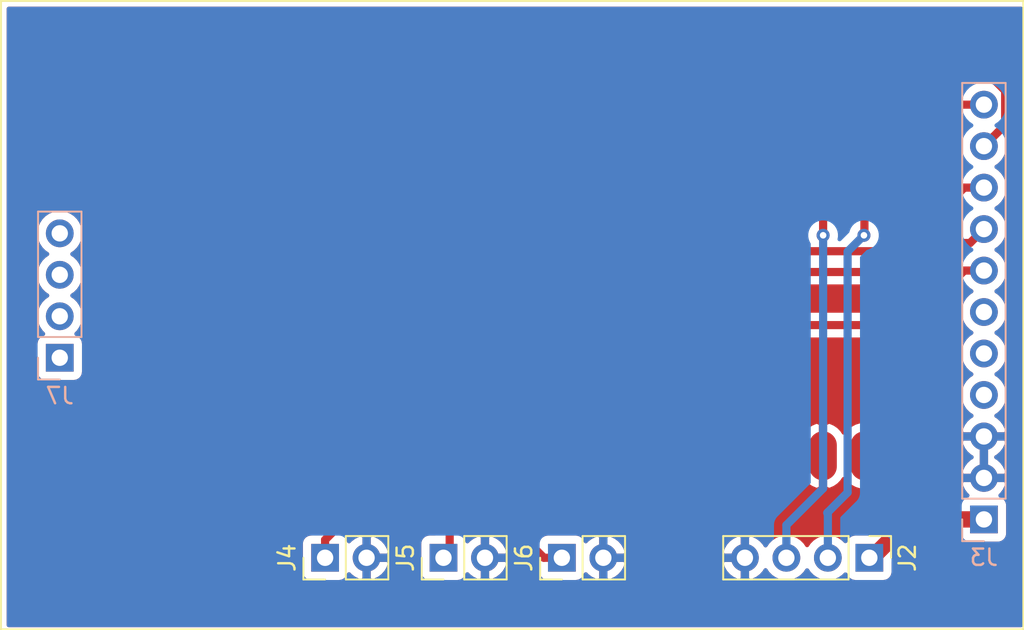
<source format=kicad_pcb>
(kicad_pcb (version 20171130) (host pcbnew "(5.1.5)-3")

  (general
    (thickness 1.6)
    (drawings 4)
    (tracks 62)
    (zones 0)
    (modules 7)
    (nets 38)
  )

  (page A4)
  (layers
    (0 F.Cu signal)
    (31 B.Cu signal)
    (32 B.Adhes user)
    (33 F.Adhes user)
    (34 B.Paste user)
    (35 F.Paste user)
    (36 B.SilkS user)
    (37 F.SilkS user)
    (38 B.Mask user)
    (39 F.Mask user)
    (40 Dwgs.User user)
    (41 Cmts.User user)
    (42 Eco1.User user)
    (43 Eco2.User user)
    (44 Edge.Cuts user)
    (45 Margin user)
    (46 B.CrtYd user)
    (47 F.CrtYd user)
    (48 B.Fab user)
    (49 F.Fab user)
  )

  (setup
    (last_trace_width 0.5)
    (user_trace_width 0.2)
    (user_trace_width 0.3)
    (user_trace_width 0.4)
    (user_trace_width 0.5)
    (user_trace_width 1)
    (trace_clearance 0.2)
    (zone_clearance 0.508)
    (zone_45_only no)
    (trace_min 0.2)
    (via_size 0.8)
    (via_drill 0.4)
    (via_min_size 0.4)
    (via_min_drill 0.3)
    (uvia_size 0.3)
    (uvia_drill 0.1)
    (uvias_allowed no)
    (uvia_min_size 0.2)
    (uvia_min_drill 0.1)
    (edge_width 0.05)
    (segment_width 0.2)
    (pcb_text_width 0.3)
    (pcb_text_size 1.5 1.5)
    (mod_edge_width 0.12)
    (mod_text_size 1 1)
    (mod_text_width 0.15)
    (pad_size 1.524 1.524)
    (pad_drill 0.762)
    (pad_to_mask_clearance 0.051)
    (solder_mask_min_width 0.25)
    (aux_axis_origin 0 0)
    (visible_elements 7FFFFFFF)
    (pcbplotparams
      (layerselection 0x010fc_ffffffff)
      (usegerberextensions false)
      (usegerberattributes false)
      (usegerberadvancedattributes false)
      (creategerberjobfile false)
      (excludeedgelayer true)
      (linewidth 0.100000)
      (plotframeref false)
      (viasonmask false)
      (mode 1)
      (useauxorigin false)
      (hpglpennumber 1)
      (hpglpenspeed 20)
      (hpglpendiameter 15.000000)
      (psnegative false)
      (psa4output false)
      (plotreference true)
      (plotvalue true)
      (plotinvisibletext false)
      (padsonsilk false)
      (subtractmaskfromsilk false)
      (outputformat 1)
      (mirror false)
      (drillshape 1)
      (scaleselection 1)
      (outputdirectory ""))
  )

  (net 0 "")
  (net 1 "Net-(J1-Pad18)")
  (net 2 "Net-(J1-Pad19)")
  (net 3 "Net-(J1-Pad20)")
  (net 4 "Net-(J1-Pad21)")
  (net 5 "Net-(J1-Pad22)")
  (net 6 "Net-(J1-Pad23)")
  (net 7 "Net-(J1-Pad24)")
  (net 8 "Net-(J1-Pad25)")
  (net 9 "Net-(J1-Pad2)")
  (net 10 "Net-(J1-Pad8)")
  (net 11 "Net-(J1-Pad7)")
  (net 12 "Net-(J1-Pad9)")
  (net 13 "Net-(J1-Pad10)")
  (net 14 "Net-(J1-Pad12)")
  (net 15 "Net-(J1-Pad13)")
  (net 16 "Net-(J1-Pad3)")
  (net 17 "Net-(J1-Pad11)")
  (net 18 TX)
  (net 19 RX)
  (net 20 RS)
  (net 21 CS)
  (net 22 SDA)
  (net 23 RST)
  (net 24 5V)
  (net 25 BUTTON_3)
  (net 26 BUTTON_1)
  (net 27 GND)
  (net 28 CLK)
  (net 29 BUTTON_2)
  (net 30 "Net-(J3-Pad6)")
  (net 31 "Net-(J3-Pad5)")
  (net 32 "Net-(J3-Pad4)")
  (net 33 "Net-(J7-Pad4)")
  (net 34 "Net-(J7-Pad3)")
  (net 35 "Net-(J7-Pad2)")
  (net 36 "Net-(J7-Pad1)")
  (net 37 "Net-(J1-Pad28)")

  (net_class Default "Dit is de standaard class."
    (clearance 0.2)
    (trace_width 0.25)
    (via_dia 0.8)
    (via_drill 0.4)
    (uvia_dia 0.3)
    (uvia_drill 0.1)
    (add_net 5V)
    (add_net BUTTON_1)
    (add_net BUTTON_2)
    (add_net BUTTON_3)
    (add_net CLK)
    (add_net CS)
    (add_net GND)
    (add_net "Net-(J1-Pad10)")
    (add_net "Net-(J1-Pad11)")
    (add_net "Net-(J1-Pad12)")
    (add_net "Net-(J1-Pad13)")
    (add_net "Net-(J1-Pad18)")
    (add_net "Net-(J1-Pad19)")
    (add_net "Net-(J1-Pad2)")
    (add_net "Net-(J1-Pad20)")
    (add_net "Net-(J1-Pad21)")
    (add_net "Net-(J1-Pad22)")
    (add_net "Net-(J1-Pad23)")
    (add_net "Net-(J1-Pad24)")
    (add_net "Net-(J1-Pad25)")
    (add_net "Net-(J1-Pad28)")
    (add_net "Net-(J1-Pad3)")
    (add_net "Net-(J1-Pad7)")
    (add_net "Net-(J1-Pad8)")
    (add_net "Net-(J1-Pad9)")
    (add_net "Net-(J3-Pad4)")
    (add_net "Net-(J3-Pad5)")
    (add_net "Net-(J3-Pad6)")
    (add_net "Net-(J7-Pad1)")
    (add_net "Net-(J7-Pad2)")
    (add_net "Net-(J7-Pad3)")
    (add_net "Net-(J7-Pad4)")
    (add_net RS)
    (add_net RST)
    (add_net RX)
    (add_net SDA)
    (add_net TX)
  )

  (module lib:NANO_33_Footprint_SMD_Castell (layer F.Cu) (tedit 5D644E30) (tstamp 5F11B9D3)
    (at 60.5 45)
    (descr "Through hole straight socket strip, 1x15, 2.54mm pitch")
    (tags "Through hole socket strip THT 1x15 2.54mm single row")
    (path /5F116540)
    (fp_text reference J1 (at 0 -13.335) (layer F.Fab)
      (effects (font (size 1 1) (thickness 0.15)))
    )
    (fp_text value Arduino-NANO-33 (at 0 12.065) (layer F.Fab)
      (effects (font (size 1 1) (thickness 0.15)))
    )
    (fp_text user %R (at 0 -7.62) (layer F.Fab)
      (effects (font (size 1 1) (thickness 0.15)))
    )
    (fp_line (start -19.05 -8.89) (end 19.05 -8.89) (layer F.Fab) (width 0.1))
    (fp_line (start -19.05 -6.35) (end -19.05 -8.89) (layer F.Fab) (width 0.1))
    (fp_line (start 18.415 -6.35) (end -19.05 -6.35) (layer F.Fab) (width 0.1))
    (fp_line (start 19.05 -6.985) (end 18.415 -6.35) (layer F.Fab) (width 0.1))
    (fp_line (start 19.05 -8.89) (end 19.05 -6.985) (layer F.Fab) (width 0.1))
    (fp_line (start -19.05 8.89) (end -19.05 6.985) (layer F.Fab) (width 0.1))
    (fp_line (start -19.05 6.985) (end -18.415 6.35) (layer F.Fab) (width 0.1))
    (fp_line (start -18.415 6.35) (end 19.05 6.35) (layer F.Fab) (width 0.1))
    (fp_line (start 19.05 6.35) (end 19.05 8.89) (layer F.Fab) (width 0.1))
    (fp_line (start 19.05 8.89) (end -19.05 8.89) (layer F.Fab) (width 0.1))
    (fp_text user %R (at 0 7.62 180) (layer F.Fab)
      (effects (font (size 1 1) (thickness 0.15)))
    )
    (fp_line (start 22 8.89) (end 22 -8.89) (layer F.Fab) (width 0.12))
    (fp_line (start -22 8.89) (end 22 8.89) (layer F.Fab) (width 0.12))
    (fp_line (start -22 8.89) (end -22 -8.89) (layer F.Fab) (width 0.12))
    (fp_line (start -22 -8.89) (end 22 -8.89) (layer F.Fab) (width 0.12))
    (fp_poly (pts (xy -22.86 3.175) (xy -18.415 3.175) (xy -18.415 -3.175) (xy -22.86 -3.175)) (layer F.Fab) (width 0.1))
    (fp_poly (pts (xy -3.175 3.175) (xy 3.175 3.175) (xy 3.175 -3.175) (xy -3.175 -3.175)) (layer F.Fab) (width 0.1))
    (fp_poly (pts (xy 8.89 4.445) (xy 21.59 4.445) (xy 21.59 -4.445) (xy 8.89 -4.445)) (layer F.Fab) (width 0.1))
    (pad 16 smd oval (at 17.78 -8.255 270) (size 3 1.7) (layers F.Cu F.Mask)
      (net 18 TX))
    (pad 17 smd oval (at 15.24 -8.255 270) (size 3 1.7) (layers F.Cu F.Mask)
      (net 19 RX))
    (pad 18 smd oval (at 12.7 -8.255 270) (size 3 1.7) (layers F.Cu F.Mask)
      (net 1 "Net-(J1-Pad18)"))
    (pad 19 smd oval (at 10.16 -8.255 270) (size 3 1.7) (layers F.Cu F.Mask)
      (net 2 "Net-(J1-Pad19)"))
    (pad 20 smd oval (at 7.62 -8.255 270) (size 3 1.7) (layers F.Cu F.Mask)
      (net 3 "Net-(J1-Pad20)"))
    (pad 21 smd oval (at 5.08 -8.255 270) (size 3 1.7) (layers F.Cu F.Mask)
      (net 4 "Net-(J1-Pad21)"))
    (pad 22 smd oval (at 2.54 -8.255 270) (size 3 1.7) (layers F.Cu F.Mask)
      (net 5 "Net-(J1-Pad22)"))
    (pad 23 smd oval (at 0 -8.255 270) (size 3 1.7) (layers F.Cu F.Mask)
      (net 6 "Net-(J1-Pad23)"))
    (pad 24 smd oval (at -2.54 -8.255 270) (size 3 1.7) (layers F.Cu F.Mask)
      (net 7 "Net-(J1-Pad24)"))
    (pad 25 smd oval (at -5.08 -8.255 270) (size 3 1.7) (layers F.Cu F.Mask)
      (net 8 "Net-(J1-Pad25)"))
    (pad 26 smd oval (at -7.62 -8.255 270) (size 3 1.7) (layers F.Cu F.Mask)
      (net 21 CS))
    (pad 27 smd oval (at -10.16 -8.255 270) (size 3 1.7) (layers F.Cu F.Mask)
      (net 20 RS))
    (pad 28 smd oval (at -12.7 -8.255 270) (size 3 1.7) (layers F.Cu F.Mask)
      (net 37 "Net-(J1-Pad28)"))
    (pad 29 smd oval (at -15.24 -8.255 270) (size 3 1.7) (layers F.Cu F.Mask)
      (net 22 SDA))
    (pad 30 smd oval (at -17.78 -8.255 270) (size 3 1.7) (layers F.Cu F.Mask)
      (net 23 RST))
    (pad 2 smd oval (at -15.24 8.255 90) (size 3 1.7) (layers F.Cu F.Mask)
      (net 9 "Net-(J1-Pad2)"))
    (pad 15 smd oval (at 17.78 8.255 90) (size 3 1.7) (layers F.Cu F.Mask)
      (net 24 5V))
    (pad 8 smd oval (at 0 8.255 90) (size 3 1.7) (layers F.Cu F.Mask)
      (net 10 "Net-(J1-Pad8)"))
    (pad 6 smd oval (at -5.08 8.255 90) (size 3 1.7) (layers F.Cu F.Mask)
      (net 25 BUTTON_3))
    (pad 7 smd oval (at -2.54 8.255 90) (size 3 1.7) (layers F.Cu F.Mask)
      (net 11 "Net-(J1-Pad7)"))
    (pad 9 smd oval (at 2.54 8.255 90) (size 3 1.7) (layers F.Cu F.Mask)
      (net 12 "Net-(J1-Pad9)"))
    (pad 10 smd oval (at 5.08 8.255 90) (size 3 1.7) (layers F.Cu F.Mask)
      (net 13 "Net-(J1-Pad10)"))
    (pad 4 smd oval (at -10.16 8.255 90) (size 3 1.7) (layers F.Cu F.Mask)
      (net 26 BUTTON_1))
    (pad 14 smd oval (at 15.24 8.255 90) (size 3 1.7) (layers F.Cu F.Mask)
      (net 27 GND))
    (pad 1 smd oval (at -17.78 8.255 90) (size 3 1.7) (layers F.Cu F.Mask)
      (net 28 CLK))
    (pad 12 smd oval (at 10.16 8.255 90) (size 3 1.7) (layers F.Cu F.Mask)
      (net 14 "Net-(J1-Pad12)"))
    (pad 13 smd oval (at 12.7 8.255 90) (size 3 1.7) (layers F.Cu F.Mask)
      (net 15 "Net-(J1-Pad13)"))
    (pad 5 smd oval (at -7.62 8.255 90) (size 3 1.7) (layers F.Cu F.Mask)
      (net 29 BUTTON_2))
    (pad 3 smd oval (at -12.7 8.255 90) (size 3 1.7) (layers F.Cu F.Mask)
      (net 16 "Net-(J1-Pad3)"))
    (pad 11 smd oval (at 7.62 8.255 90) (size 3 1.7) (layers F.Cu F.Mask)
      (net 17 "Net-(J1-Pad11)"))
    (model "${KISYS3DMOD}/Arduino.3dshapes/Arduino Nano 33 IoT.stp"
      (offset (xyz 0.5 0 0))
      (scale (xyz 1 1 1))
      (rotate (xyz -90 0 90))
    )
  )

  (module Connector_PinHeader_2.54mm:PinHeader_1x04_P2.54mm_Vertical (layer B.Cu) (tedit 59FED5CC) (tstamp 5F12094F)
    (at 29 47.25)
    (descr "Through hole straight pin header, 1x04, 2.54mm pitch, single row")
    (tags "Through hole pin header THT 1x04 2.54mm single row")
    (path /5F13B285)
    (fp_text reference J7 (at 0 2.33) (layer B.SilkS)
      (effects (font (size 1 1) (thickness 0.15)) (justify mirror))
    )
    (fp_text value SD (at 0 -9.95) (layer B.Fab)
      (effects (font (size 1 1) (thickness 0.15)) (justify mirror))
    )
    (fp_text user %R (at 0 -3.81 -90) (layer B.Fab)
      (effects (font (size 1 1) (thickness 0.15)) (justify mirror))
    )
    (fp_line (start 1.8 1.8) (end -1.8 1.8) (layer B.CrtYd) (width 0.05))
    (fp_line (start 1.8 -9.4) (end 1.8 1.8) (layer B.CrtYd) (width 0.05))
    (fp_line (start -1.8 -9.4) (end 1.8 -9.4) (layer B.CrtYd) (width 0.05))
    (fp_line (start -1.8 1.8) (end -1.8 -9.4) (layer B.CrtYd) (width 0.05))
    (fp_line (start -1.33 1.33) (end 0 1.33) (layer B.SilkS) (width 0.12))
    (fp_line (start -1.33 0) (end -1.33 1.33) (layer B.SilkS) (width 0.12))
    (fp_line (start -1.33 -1.27) (end 1.33 -1.27) (layer B.SilkS) (width 0.12))
    (fp_line (start 1.33 -1.27) (end 1.33 -8.95) (layer B.SilkS) (width 0.12))
    (fp_line (start -1.33 -1.27) (end -1.33 -8.95) (layer B.SilkS) (width 0.12))
    (fp_line (start -1.33 -8.95) (end 1.33 -8.95) (layer B.SilkS) (width 0.12))
    (fp_line (start -1.27 0.635) (end -0.635 1.27) (layer B.Fab) (width 0.1))
    (fp_line (start -1.27 -8.89) (end -1.27 0.635) (layer B.Fab) (width 0.1))
    (fp_line (start 1.27 -8.89) (end -1.27 -8.89) (layer B.Fab) (width 0.1))
    (fp_line (start 1.27 1.27) (end 1.27 -8.89) (layer B.Fab) (width 0.1))
    (fp_line (start -0.635 1.27) (end 1.27 1.27) (layer B.Fab) (width 0.1))
    (pad 4 thru_hole oval (at 0 -7.62) (size 1.7 1.7) (drill 1) (layers *.Cu *.Mask)
      (net 33 "Net-(J7-Pad4)"))
    (pad 3 thru_hole oval (at 0 -5.08) (size 1.7 1.7) (drill 1) (layers *.Cu *.Mask)
      (net 34 "Net-(J7-Pad3)"))
    (pad 2 thru_hole oval (at 0 -2.54) (size 1.7 1.7) (drill 1) (layers *.Cu *.Mask)
      (net 35 "Net-(J7-Pad2)"))
    (pad 1 thru_hole rect (at 0 0) (size 1.7 1.7) (drill 1) (layers *.Cu *.Mask)
      (net 36 "Net-(J7-Pad1)"))
    (model ${KISYS3DMOD}/Connector_PinHeader_2.54mm.3dshapes/PinHeader_1x04_P2.54mm_Vertical.wrl
      (at (xyz 0 0 0))
      (scale (xyz 1 1 1))
      (rotate (xyz 0 0 0))
    )
  )

  (module Connector_PinHeader_2.54mm:PinHeader_1x02_P2.54mm_Vertical (layer F.Cu) (tedit 59FED5CC) (tstamp 5F12052E)
    (at 59.75 59.5 90)
    (descr "Through hole straight pin header, 1x02, 2.54mm pitch, single row")
    (tags "Through hole pin header THT 1x02 2.54mm single row")
    (path /5F12E4E8)
    (fp_text reference J6 (at 0 -2.33 90) (layer F.SilkS)
      (effects (font (size 1 1) (thickness 0.15)))
    )
    (fp_text value BUTTON_3 (at 0 5.8 90) (layer F.Fab)
      (effects (font (size 1 1) (thickness 0.15)))
    )
    (fp_text user %R (at 3.3 -2.2) (layer F.Fab)
      (effects (font (size 1 1) (thickness 0.15)))
    )
    (fp_line (start 1.8 -1.8) (end -1.8 -1.8) (layer F.CrtYd) (width 0.05))
    (fp_line (start 1.8 4.35) (end 1.8 -1.8) (layer F.CrtYd) (width 0.05))
    (fp_line (start -1.8 4.35) (end 1.8 4.35) (layer F.CrtYd) (width 0.05))
    (fp_line (start -1.8 -1.8) (end -1.8 4.35) (layer F.CrtYd) (width 0.05))
    (fp_line (start -1.33 -1.33) (end 0 -1.33) (layer F.SilkS) (width 0.12))
    (fp_line (start -1.33 0) (end -1.33 -1.33) (layer F.SilkS) (width 0.12))
    (fp_line (start -1.33 1.27) (end 1.33 1.27) (layer F.SilkS) (width 0.12))
    (fp_line (start 1.33 1.27) (end 1.33 3.87) (layer F.SilkS) (width 0.12))
    (fp_line (start -1.33 1.27) (end -1.33 3.87) (layer F.SilkS) (width 0.12))
    (fp_line (start -1.33 3.87) (end 1.33 3.87) (layer F.SilkS) (width 0.12))
    (fp_line (start -1.27 -0.635) (end -0.635 -1.27) (layer F.Fab) (width 0.1))
    (fp_line (start -1.27 3.81) (end -1.27 -0.635) (layer F.Fab) (width 0.1))
    (fp_line (start 1.27 3.81) (end -1.27 3.81) (layer F.Fab) (width 0.1))
    (fp_line (start 1.27 -1.27) (end 1.27 3.81) (layer F.Fab) (width 0.1))
    (fp_line (start -0.635 -1.27) (end 1.27 -1.27) (layer F.Fab) (width 0.1))
    (pad 2 thru_hole oval (at 0 2.54 90) (size 1.7 1.7) (drill 1) (layers *.Cu *.Mask)
      (net 27 GND))
    (pad 1 thru_hole rect (at 0 0 90) (size 1.7 1.7) (drill 1) (layers *.Cu *.Mask)
      (net 25 BUTTON_3))
    (model ${KISYS3DMOD}/Connector_PinHeader_2.54mm.3dshapes/PinHeader_1x02_P2.54mm_Vertical.wrl
      (at (xyz 0 0 0))
      (scale (xyz 1 1 1))
      (rotate (xyz 0 0 0))
    )
  )

  (module Connector_PinHeader_2.54mm:PinHeader_1x02_P2.54mm_Vertical (layer F.Cu) (tedit 59FED5CC) (tstamp 5F120E7C)
    (at 52.5 59.5 90)
    (descr "Through hole straight pin header, 1x02, 2.54mm pitch, single row")
    (tags "Through hole pin header THT 1x02 2.54mm single row")
    (path /5F12E14A)
    (fp_text reference J5 (at 0 -2.33 90) (layer F.SilkS)
      (effects (font (size 1 1) (thickness 0.15)))
    )
    (fp_text value BUTTON_2 (at 0 5 90) (layer F.Fab)
      (effects (font (size 1 1) (thickness 0.15)))
    )
    (fp_text user %R (at 3.1 -2) (layer F.Fab)
      (effects (font (size 1 1) (thickness 0.15)))
    )
    (fp_line (start 1.8 -1.8) (end -1.8 -1.8) (layer F.CrtYd) (width 0.05))
    (fp_line (start 1.8 4.35) (end 1.8 -1.8) (layer F.CrtYd) (width 0.05))
    (fp_line (start -1.8 4.35) (end 1.8 4.35) (layer F.CrtYd) (width 0.05))
    (fp_line (start -1.8 -1.8) (end -1.8 4.35) (layer F.CrtYd) (width 0.05))
    (fp_line (start -1.33 -1.33) (end 0 -1.33) (layer F.SilkS) (width 0.12))
    (fp_line (start -1.33 0) (end -1.33 -1.33) (layer F.SilkS) (width 0.12))
    (fp_line (start -1.33 1.27) (end 1.33 1.27) (layer F.SilkS) (width 0.12))
    (fp_line (start 1.33 1.27) (end 1.33 3.87) (layer F.SilkS) (width 0.12))
    (fp_line (start -1.33 1.27) (end -1.33 3.87) (layer F.SilkS) (width 0.12))
    (fp_line (start -1.33 3.87) (end 1.33 3.87) (layer F.SilkS) (width 0.12))
    (fp_line (start -1.27 -0.635) (end -0.635 -1.27) (layer F.Fab) (width 0.1))
    (fp_line (start -1.27 3.81) (end -1.27 -0.635) (layer F.Fab) (width 0.1))
    (fp_line (start 1.27 3.81) (end -1.27 3.81) (layer F.Fab) (width 0.1))
    (fp_line (start 1.27 -1.27) (end 1.27 3.81) (layer F.Fab) (width 0.1))
    (fp_line (start -0.635 -1.27) (end 1.27 -1.27) (layer F.Fab) (width 0.1))
    (pad 2 thru_hole oval (at 0 2.54 90) (size 1.7 1.7) (drill 1) (layers *.Cu *.Mask)
      (net 27 GND))
    (pad 1 thru_hole rect (at 0 0 90) (size 1.7 1.7) (drill 1) (layers *.Cu *.Mask)
      (net 29 BUTTON_2))
    (model ${KISYS3DMOD}/Connector_PinHeader_2.54mm.3dshapes/PinHeader_1x02_P2.54mm_Vertical.wrl
      (at (xyz 0 0 0))
      (scale (xyz 1 1 1))
      (rotate (xyz 0 0 0))
    )
  )

  (module Connector_PinHeader_2.54mm:PinHeader_1x02_P2.54mm_Vertical (layer F.Cu) (tedit 59FED5CC) (tstamp 5F120502)
    (at 45.25 59.5 90)
    (descr "Through hole straight pin header, 1x02, 2.54mm pitch, single row")
    (tags "Through hole pin header THT 1x02 2.54mm single row")
    (path /5F12D0E9)
    (fp_text reference J4 (at 0 -2.33 90) (layer F.SilkS)
      (effects (font (size 1 1) (thickness 0.15)))
    )
    (fp_text value BUTTON_1 (at 0 5.4 90) (layer F.Fab)
      (effects (font (size 1 1) (thickness 0.15)))
    )
    (fp_text user %R (at 3.1 -1.6 180) (layer F.Fab)
      (effects (font (size 1 1) (thickness 0.15)))
    )
    (fp_line (start 1.8 -1.8) (end -1.8 -1.8) (layer F.CrtYd) (width 0.05))
    (fp_line (start 1.8 4.35) (end 1.8 -1.8) (layer F.CrtYd) (width 0.05))
    (fp_line (start -1.8 4.35) (end 1.8 4.35) (layer F.CrtYd) (width 0.05))
    (fp_line (start -1.8 -1.8) (end -1.8 4.35) (layer F.CrtYd) (width 0.05))
    (fp_line (start -1.33 -1.33) (end 0 -1.33) (layer F.SilkS) (width 0.12))
    (fp_line (start -1.33 0) (end -1.33 -1.33) (layer F.SilkS) (width 0.12))
    (fp_line (start -1.33 1.27) (end 1.33 1.27) (layer F.SilkS) (width 0.12))
    (fp_line (start 1.33 1.27) (end 1.33 3.87) (layer F.SilkS) (width 0.12))
    (fp_line (start -1.33 1.27) (end -1.33 3.87) (layer F.SilkS) (width 0.12))
    (fp_line (start -1.33 3.87) (end 1.33 3.87) (layer F.SilkS) (width 0.12))
    (fp_line (start -1.27 -0.635) (end -0.635 -1.27) (layer F.Fab) (width 0.1))
    (fp_line (start -1.27 3.81) (end -1.27 -0.635) (layer F.Fab) (width 0.1))
    (fp_line (start 1.27 3.81) (end -1.27 3.81) (layer F.Fab) (width 0.1))
    (fp_line (start 1.27 -1.27) (end 1.27 3.81) (layer F.Fab) (width 0.1))
    (fp_line (start -0.635 -1.27) (end 1.27 -1.27) (layer F.Fab) (width 0.1))
    (pad 2 thru_hole oval (at 0 2.54 90) (size 1.7 1.7) (drill 1) (layers *.Cu *.Mask)
      (net 27 GND))
    (pad 1 thru_hole rect (at 0 0 90) (size 1.7 1.7) (drill 1) (layers *.Cu *.Mask)
      (net 26 BUTTON_1))
    (model ${KISYS3DMOD}/Connector_PinHeader_2.54mm.3dshapes/PinHeader_1x02_P2.54mm_Vertical.wrl
      (at (xyz 0 0 0))
      (scale (xyz 1 1 1))
      (rotate (xyz 0 0 0))
    )
  )

  (module Connector_PinHeader_2.54mm:PinHeader_1x11_P2.54mm_Vertical (layer B.Cu) (tedit 59FED5CC) (tstamp 5F1204EC)
    (at 85.598 57.15)
    (descr "Through hole straight pin header, 1x11, 2.54mm pitch, single row")
    (tags "Through hole pin header THT 1x11 2.54mm single row")
    (path /5F129FA8)
    (fp_text reference J3 (at 0 2.33) (layer B.SilkS)
      (effects (font (size 1 1) (thickness 0.15)) (justify mirror))
    )
    (fp_text value TFT (at 0 -27.73) (layer B.Fab)
      (effects (font (size 1 1) (thickness 0.15)) (justify mirror))
    )
    (fp_text user %R (at 0 -12.7 -90) (layer B.Fab)
      (effects (font (size 1 1) (thickness 0.15)) (justify mirror))
    )
    (fp_line (start 1.8 1.8) (end -1.8 1.8) (layer B.CrtYd) (width 0.05))
    (fp_line (start 1.8 -27.2) (end 1.8 1.8) (layer B.CrtYd) (width 0.05))
    (fp_line (start -1.8 -27.2) (end 1.8 -27.2) (layer B.CrtYd) (width 0.05))
    (fp_line (start -1.8 1.8) (end -1.8 -27.2) (layer B.CrtYd) (width 0.05))
    (fp_line (start -1.33 1.33) (end 0 1.33) (layer B.SilkS) (width 0.12))
    (fp_line (start -1.33 0) (end -1.33 1.33) (layer B.SilkS) (width 0.12))
    (fp_line (start -1.33 -1.27) (end 1.33 -1.27) (layer B.SilkS) (width 0.12))
    (fp_line (start 1.33 -1.27) (end 1.33 -26.73) (layer B.SilkS) (width 0.12))
    (fp_line (start -1.33 -1.27) (end -1.33 -26.73) (layer B.SilkS) (width 0.12))
    (fp_line (start -1.33 -26.73) (end 1.33 -26.73) (layer B.SilkS) (width 0.12))
    (fp_line (start -1.27 0.635) (end -0.635 1.27) (layer B.Fab) (width 0.1))
    (fp_line (start -1.27 -26.67) (end -1.27 0.635) (layer B.Fab) (width 0.1))
    (fp_line (start 1.27 -26.67) (end -1.27 -26.67) (layer B.Fab) (width 0.1))
    (fp_line (start 1.27 1.27) (end 1.27 -26.67) (layer B.Fab) (width 0.1))
    (fp_line (start -0.635 1.27) (end 1.27 1.27) (layer B.Fab) (width 0.1))
    (pad 11 thru_hole oval (at 0 -25.4) (size 1.7 1.7) (drill 1) (layers *.Cu *.Mask)
      (net 21 CS))
    (pad 10 thru_hole oval (at 0 -22.86) (size 1.7 1.7) (drill 1) (layers *.Cu *.Mask)
      (net 23 RST))
    (pad 9 thru_hole oval (at 0 -20.32) (size 1.7 1.7) (drill 1) (layers *.Cu *.Mask)
      (net 20 RS))
    (pad 8 thru_hole oval (at 0 -17.78) (size 1.7 1.7) (drill 1) (layers *.Cu *.Mask)
      (net 22 SDA))
    (pad 7 thru_hole oval (at 0 -15.24) (size 1.7 1.7) (drill 1) (layers *.Cu *.Mask)
      (net 28 CLK))
    (pad 6 thru_hole oval (at 0 -12.7) (size 1.7 1.7) (drill 1) (layers *.Cu *.Mask)
      (net 30 "Net-(J3-Pad6)"))
    (pad 5 thru_hole oval (at 0 -10.16) (size 1.7 1.7) (drill 1) (layers *.Cu *.Mask)
      (net 31 "Net-(J3-Pad5)"))
    (pad 4 thru_hole oval (at 0 -7.62) (size 1.7 1.7) (drill 1) (layers *.Cu *.Mask)
      (net 32 "Net-(J3-Pad4)"))
    (pad 3 thru_hole oval (at 0 -5.08) (size 1.7 1.7) (drill 1) (layers *.Cu *.Mask)
      (net 27 GND))
    (pad 2 thru_hole oval (at 0 -2.54) (size 1.7 1.7) (drill 1) (layers *.Cu *.Mask)
      (net 27 GND))
    (pad 1 thru_hole rect (at 0 0) (size 1.7 1.7) (drill 1) (layers *.Cu *.Mask)
      (net 24 5V))
    (model ${KISYS3DMOD}/Connector_PinHeader_2.54mm.3dshapes/PinHeader_1x11_P2.54mm_Vertical.wrl
      (at (xyz 0 0 0))
      (scale (xyz 1 1 1))
      (rotate (xyz 0 0 0))
    )
  )

  (module Connector_PinHeader_2.54mm:PinHeader_1x04_P2.54mm_Vertical (layer F.Cu) (tedit 59FED5CC) (tstamp 5F1204CD)
    (at 78.58 59.5 270)
    (descr "Through hole straight pin header, 1x04, 2.54mm pitch, single row")
    (tags "Through hole pin header THT 1x04 2.54mm single row")
    (path /5F12737E)
    (fp_text reference J2 (at 0 -2.33 90) (layer F.SilkS)
      (effects (font (size 1 1) (thickness 0.15)))
    )
    (fp_text value VESC (at 0 9.95 90) (layer F.Fab)
      (effects (font (size 1 1) (thickness 0.15)))
    )
    (fp_text user %R (at 0 3.81) (layer F.Fab)
      (effects (font (size 1 1) (thickness 0.15)))
    )
    (fp_line (start 1.8 -1.8) (end -1.8 -1.8) (layer F.CrtYd) (width 0.05))
    (fp_line (start 1.8 9.4) (end 1.8 -1.8) (layer F.CrtYd) (width 0.05))
    (fp_line (start -1.8 9.4) (end 1.8 9.4) (layer F.CrtYd) (width 0.05))
    (fp_line (start -1.8 -1.8) (end -1.8 9.4) (layer F.CrtYd) (width 0.05))
    (fp_line (start -1.33 -1.33) (end 0 -1.33) (layer F.SilkS) (width 0.12))
    (fp_line (start -1.33 0) (end -1.33 -1.33) (layer F.SilkS) (width 0.12))
    (fp_line (start -1.33 1.27) (end 1.33 1.27) (layer F.SilkS) (width 0.12))
    (fp_line (start 1.33 1.27) (end 1.33 8.95) (layer F.SilkS) (width 0.12))
    (fp_line (start -1.33 1.27) (end -1.33 8.95) (layer F.SilkS) (width 0.12))
    (fp_line (start -1.33 8.95) (end 1.33 8.95) (layer F.SilkS) (width 0.12))
    (fp_line (start -1.27 -0.635) (end -0.635 -1.27) (layer F.Fab) (width 0.1))
    (fp_line (start -1.27 8.89) (end -1.27 -0.635) (layer F.Fab) (width 0.1))
    (fp_line (start 1.27 8.89) (end -1.27 8.89) (layer F.Fab) (width 0.1))
    (fp_line (start 1.27 -1.27) (end 1.27 8.89) (layer F.Fab) (width 0.1))
    (fp_line (start -0.635 -1.27) (end 1.27 -1.27) (layer F.Fab) (width 0.1))
    (pad 4 thru_hole oval (at 0 7.62 270) (size 1.7 1.7) (drill 1) (layers *.Cu *.Mask)
      (net 27 GND))
    (pad 3 thru_hole oval (at 0 5.08 270) (size 1.7 1.7) (drill 1) (layers *.Cu *.Mask)
      (net 19 RX))
    (pad 2 thru_hole oval (at 0 2.54 270) (size 1.7 1.7) (drill 1) (layers *.Cu *.Mask)
      (net 18 TX))
    (pad 1 thru_hole rect (at 0 0 270) (size 1.7 1.7) (drill 1) (layers *.Cu *.Mask)
      (net 24 5V))
    (model ${KISYS3DMOD}/Connector_PinHeader_2.54mm.3dshapes/PinHeader_1x04_P2.54mm_Vertical.wrl
      (at (xyz 0 0 0))
      (scale (xyz 1 1 1))
      (rotate (xyz 0 0 0))
    )
  )

  (gr_line (start 25.4 63.881) (end 25.4 25.4) (layer F.SilkS) (width 0.12) (tstamp 5F120238))
  (gr_line (start 88.011 63.881) (end 25.4 63.881) (layer F.SilkS) (width 0.12))
  (gr_line (start 88.011 25.4) (end 88.011 63.881) (layer F.SilkS) (width 0.12))
  (gr_line (start 25.4 25.4) (end 88.011 25.4) (layer F.SilkS) (width 0.12))

  (via (at 78.25 39.75) (size 0.8) (drill 0.4) (layers F.Cu B.Cu) (net 18))
  (segment (start 78.28 36.745) (end 78.28 39.72) (width 0.5) (layer F.Cu) (net 18))
  (segment (start 78.28 39.72) (end 78.25 39.75) (width 0.5) (layer F.Cu) (net 18))
  (segment (start 78.25 39.75) (end 77.25 40.75) (width 0.5) (layer B.Cu) (net 18))
  (segment (start 77.25 40.75) (end 77.25 55.5) (width 0.5) (layer B.Cu) (net 18))
  (segment (start 77.25 55.5) (end 76.04 56.71) (width 0.5) (layer B.Cu) (net 18))
  (segment (start 76.04 56.71) (end 76 56.75) (width 0.5) (layer B.Cu) (net 18))
  (segment (start 76 59.46) (end 76.04 59.5) (width 0.5) (layer F.Cu) (net 18))
  (segment (start 76.04 56.71) (end 76.04 59.5) (width 0.5) (layer B.Cu) (net 18))
  (via (at 75.75 39.75) (size 0.8) (drill 0.4) (layers F.Cu B.Cu) (net 19))
  (segment (start 75.75 55.25) (end 73.5 57.5) (width 0.5) (layer B.Cu) (net 19))
  (segment (start 73.5 57.5) (end 73.5 59.5) (width 0.5) (layer B.Cu) (net 19))
  (segment (start 75.75 39.75) (end 75.75 55.25) (width 0.5) (layer B.Cu) (net 19))
  (segment (start 75.75 39.75) (end 75.75 36.755) (width 0.5) (layer F.Cu) (net 19))
  (segment (start 75.75 36.755) (end 75.74 36.745) (width 0.5) (layer F.Cu) (net 19))
  (segment (start 50.34 38.495) (end 50.34 36.745) (width 0.5) (layer F.Cu) (net 20))
  (segment (start 80.500918 40.725001) (end 52.570001 40.725001) (width 0.5) (layer F.Cu) (net 20))
  (segment (start 52.570001 40.725001) (end 50.34 38.495) (width 0.5) (layer F.Cu) (net 20))
  (segment (start 84.395919 36.83) (end 80.500918 40.725001) (width 0.5) (layer F.Cu) (net 20))
  (segment (start 85.598 36.83) (end 84.395919 36.83) (width 0.5) (layer F.Cu) (net 20))
  (segment (start 52.88 36.095) (end 54.725 34.25) (width 0.5) (layer F.Cu) (net 21))
  (segment (start 52.88 36.745) (end 52.88 36.095) (width 0.5) (layer F.Cu) (net 21))
  (segment (start 54.725 34.25) (end 80.25 34.25) (width 0.5) (layer F.Cu) (net 21))
  (segment (start 82.75 31.75) (end 85.598 31.75) (width 0.5) (layer F.Cu) (net 21))
  (segment (start 80.25 34.25) (end 82.75 31.75) (width 0.5) (layer F.Cu) (net 21))
  (segment (start 84.748001 40.219999) (end 83.780001 40.219999) (width 0.5) (layer F.Cu) (net 22))
  (segment (start 85.598 39.37) (end 84.748001 40.219999) (width 0.5) (layer F.Cu) (net 22))
  (segment (start 83.780001 40.219999) (end 82 42) (width 0.5) (layer F.Cu) (net 22))
  (segment (start 48.765 42) (end 45.26 38.495) (width 0.5) (layer F.Cu) (net 22))
  (segment (start 45.26 38.495) (end 45.26 36.745) (width 0.5) (layer F.Cu) (net 22))
  (segment (start 82 42) (end 48.765 42) (width 0.5) (layer F.Cu) (net 22))
  (segment (start 42.72 34.745) (end 44.965 32.5) (width 0.5) (layer F.Cu) (net 23))
  (segment (start 42.72 36.745) (end 42.72 34.745) (width 0.5) (layer F.Cu) (net 23))
  (segment (start 44.965 32.5) (end 80 32.5) (width 0.5) (layer F.Cu) (net 23))
  (segment (start 80 32.5) (end 82.5 30) (width 0.5) (layer F.Cu) (net 23))
  (segment (start 82.5 30) (end 86 30) (width 0.5) (layer F.Cu) (net 23))
  (segment (start 86.447999 33.440001) (end 85.598 34.29) (width 0.5) (layer F.Cu) (net 23))
  (segment (start 86.898001 32.989999) (end 86.447999 33.440001) (width 0.5) (layer F.Cu) (net 23))
  (segment (start 86.898001 30.898001) (end 86.898001 32.989999) (width 0.5) (layer F.Cu) (net 23))
  (segment (start 86 30) (end 86.898001 30.898001) (width 0.5) (layer F.Cu) (net 23))
  (segment (start 78.28 53.255) (end 78.28 54.03) (width 1) (layer F.Cu) (net 24))
  (segment (start 78.28 54.03) (end 81.5 57.25) (width 1) (layer F.Cu) (net 24))
  (segment (start 81.6 57.15) (end 85.598 57.15) (width 1) (layer F.Cu) (net 24))
  (segment (start 81.5 57.25) (end 81.6 57.15) (width 1) (layer F.Cu) (net 24))
  (segment (start 78.58 59.5) (end 78.75 59.5) (width 1) (layer F.Cu) (net 24) (status 1000000))
  (segment (start 78.75 59.5) (end 81 57.25) (width 1) (layer F.Cu) (net 24) (status 1000000))
  (segment (start 81 57.25) (end 81.5 57.25) (width 1) (layer F.Cu) (net 24) (status 1000000))
  (segment (start 58.65 59.5) (end 59.75 59.5) (width 0.5) (layer F.Cu) (net 25))
  (segment (start 55.42 56.27) (end 58.65 59.5) (width 0.5) (layer F.Cu) (net 25))
  (segment (start 55.42 53.255) (end 55.42 56.27) (width 0.5) (layer F.Cu) (net 25))
  (segment (start 50.34 55.005) (end 48.345 57) (width 0.5) (layer F.Cu) (net 26))
  (segment (start 50.34 53.255) (end 50.34 55.005) (width 0.5) (layer F.Cu) (net 26))
  (segment (start 45.25 58.4) (end 45.25 59.5) (width 0.5) (layer F.Cu) (net 26))
  (segment (start 46.65 57) (end 45.25 58.4) (width 0.5) (layer F.Cu) (net 26))
  (segment (start 48.345 57) (end 46.65 57) (width 0.5) (layer F.Cu) (net 26))
  (segment (start 84.395919 41.91) (end 81.055919 45.25) (width 0.5) (layer F.Cu) (net 28))
  (segment (start 85.598 41.91) (end 84.395919 41.91) (width 0.5) (layer F.Cu) (net 28))
  (segment (start 81.055919 45.25) (end 46.5 45.25) (width 0.5) (layer F.Cu) (net 28))
  (segment (start 42.72 49.03) (end 42.72 53.255) (width 0.5) (layer F.Cu) (net 28))
  (segment (start 46.5 45.25) (end 42.72 49.03) (width 0.5) (layer F.Cu) (net 28))
  (segment (start 52.88 59.12) (end 52.5 59.5) (width 0.5) (layer F.Cu) (net 29))
  (segment (start 52.88 53.255) (end 52.88 59.12) (width 0.5) (layer F.Cu) (net 29))

  (zone (net 27) (net_name GND) (layer F.Cu) (tstamp 0) (hatch edge 0.508)
    (connect_pads (clearance 0.508))
    (min_thickness 0.254)
    (fill yes (arc_segments 32) (thermal_gap 0.508) (thermal_bridge_width 0.508))
    (polygon
      (pts
        (xy 88 63.75) (xy 25.75 63.75) (xy 25.75 25.75) (xy 88 25.75)
      )
    )
    (filled_polygon
      (pts
        (xy 87.873 63.623) (xy 25.877 63.623) (xy 25.877 46.4) (xy 27.511928 46.4) (xy 27.511928 48.1)
        (xy 27.524188 48.224482) (xy 27.560498 48.34418) (xy 27.619463 48.454494) (xy 27.698815 48.551185) (xy 27.795506 48.630537)
        (xy 27.90582 48.689502) (xy 28.025518 48.725812) (xy 28.15 48.738072) (xy 29.85 48.738072) (xy 29.974482 48.725812)
        (xy 30.09418 48.689502) (xy 30.204494 48.630537) (xy 30.301185 48.551185) (xy 30.380537 48.454494) (xy 30.439502 48.34418)
        (xy 30.475812 48.224482) (xy 30.488072 48.1) (xy 30.488072 46.4) (xy 30.475812 46.275518) (xy 30.439502 46.15582)
        (xy 30.380537 46.045506) (xy 30.301185 45.948815) (xy 30.204494 45.869463) (xy 30.09418 45.810498) (xy 30.02162 45.788487)
        (xy 30.153475 45.656632) (xy 30.31599 45.413411) (xy 30.427932 45.143158) (xy 30.485 44.85626) (xy 30.485 44.56374)
        (xy 30.427932 44.276842) (xy 30.31599 44.006589) (xy 30.153475 43.763368) (xy 29.946632 43.556525) (xy 29.77224 43.44)
        (xy 29.946632 43.323475) (xy 30.153475 43.116632) (xy 30.31599 42.873411) (xy 30.427932 42.603158) (xy 30.485 42.31626)
        (xy 30.485 42.02374) (xy 30.427932 41.736842) (xy 30.31599 41.466589) (xy 30.153475 41.223368) (xy 29.946632 41.016525)
        (xy 29.77224 40.9) (xy 29.946632 40.783475) (xy 30.153475 40.576632) (xy 30.31599 40.333411) (xy 30.427932 40.063158)
        (xy 30.485 39.77626) (xy 30.485 39.48374) (xy 30.427932 39.196842) (xy 30.31599 38.926589) (xy 30.153475 38.683368)
        (xy 29.946632 38.476525) (xy 29.703411 38.31401) (xy 29.433158 38.202068) (xy 29.14626 38.145) (xy 28.85374 38.145)
        (xy 28.566842 38.202068) (xy 28.296589 38.31401) (xy 28.053368 38.476525) (xy 27.846525 38.683368) (xy 27.68401 38.926589)
        (xy 27.572068 39.196842) (xy 27.515 39.48374) (xy 27.515 39.77626) (xy 27.572068 40.063158) (xy 27.68401 40.333411)
        (xy 27.846525 40.576632) (xy 28.053368 40.783475) (xy 28.22776 40.9) (xy 28.053368 41.016525) (xy 27.846525 41.223368)
        (xy 27.68401 41.466589) (xy 27.572068 41.736842) (xy 27.515 42.02374) (xy 27.515 42.31626) (xy 27.572068 42.603158)
        (xy 27.68401 42.873411) (xy 27.846525 43.116632) (xy 28.053368 43.323475) (xy 28.22776 43.44) (xy 28.053368 43.556525)
        (xy 27.846525 43.763368) (xy 27.68401 44.006589) (xy 27.572068 44.276842) (xy 27.515 44.56374) (xy 27.515 44.85626)
        (xy 27.572068 45.143158) (xy 27.68401 45.413411) (xy 27.846525 45.656632) (xy 27.97838 45.788487) (xy 27.90582 45.810498)
        (xy 27.795506 45.869463) (xy 27.698815 45.948815) (xy 27.619463 46.045506) (xy 27.560498 46.15582) (xy 27.524188 46.275518)
        (xy 27.511928 46.4) (xy 25.877 46.4) (xy 25.877 36.02205) (xy 41.235 36.02205) (xy 41.235 37.467949)
        (xy 41.256487 37.68611) (xy 41.341401 37.966033) (xy 41.479294 38.224013) (xy 41.664866 38.450134) (xy 41.890986 38.635706)
        (xy 42.148966 38.773599) (xy 42.428889 38.858513) (xy 42.72 38.887185) (xy 43.01111 38.858513) (xy 43.291033 38.773599)
        (xy 43.549013 38.635706) (xy 43.775134 38.450134) (xy 43.960706 38.224014) (xy 43.99 38.169208) (xy 44.019294 38.224013)
        (xy 44.204866 38.450134) (xy 44.380495 38.594269) (xy 44.387805 38.66849) (xy 44.401449 38.713468) (xy 44.438411 38.835312)
        (xy 44.520589 38.989058) (xy 44.631183 39.123817) (xy 44.664956 39.151534) (xy 48.10847 42.595049) (xy 48.136183 42.628817)
        (xy 48.169951 42.65653) (xy 48.169953 42.656532) (xy 48.270941 42.739411) (xy 48.424686 42.821589) (xy 48.540206 42.856632)
        (xy 48.59151 42.872195) (xy 48.721523 42.885) (xy 48.721531 42.885) (xy 48.765 42.889281) (xy 48.808469 42.885)
        (xy 81.956531 42.885) (xy 82 42.889281) (xy 82.043469 42.885) (xy 82.043477 42.885) (xy 82.17349 42.872195)
        (xy 82.185914 42.868426) (xy 80.689341 44.365) (xy 46.543465 44.365) (xy 46.499999 44.360719) (xy 46.456533 44.365)
        (xy 46.456523 44.365) (xy 46.32651 44.377805) (xy 46.159687 44.428411) (xy 46.005941 44.510589) (xy 46.005939 44.51059)
        (xy 46.00594 44.51059) (xy 45.904953 44.593468) (xy 45.904951 44.59347) (xy 45.871183 44.621183) (xy 45.84347 44.654951)
        (xy 42.124956 48.373466) (xy 42.091183 48.401183) (xy 41.980589 48.535942) (xy 41.898411 48.689688) (xy 41.847805 48.856511)
        (xy 41.835 48.986524) (xy 41.835 48.986531) (xy 41.830719 49.03) (xy 41.835 49.073469) (xy 41.835001 51.41024)
        (xy 41.664866 51.549866) (xy 41.479294 51.775987) (xy 41.341401 52.033967) (xy 41.256487 52.31389) (xy 41.235 52.532051)
        (xy 41.235 53.97795) (xy 41.256487 54.196111) (xy 41.341401 54.476034) (xy 41.479295 54.734014) (xy 41.664867 54.960134)
        (xy 41.890987 55.145706) (xy 42.148967 55.283599) (xy 42.42889 55.368513) (xy 42.72 55.397185) (xy 43.011111 55.368513)
        (xy 43.291034 55.283599) (xy 43.549014 55.145706) (xy 43.775134 54.960134) (xy 43.960706 54.734014) (xy 43.99 54.679208)
        (xy 44.019295 54.734014) (xy 44.204867 54.960134) (xy 44.430987 55.145706) (xy 44.688967 55.283599) (xy 44.96889 55.368513)
        (xy 45.26 55.397185) (xy 45.551111 55.368513) (xy 45.831034 55.283599) (xy 46.089014 55.145706) (xy 46.315134 54.960134)
        (xy 46.500706 54.734014) (xy 46.53 54.679208) (xy 46.559295 54.734014) (xy 46.744867 54.960134) (xy 46.970987 55.145706)
        (xy 47.228967 55.283599) (xy 47.50889 55.368513) (xy 47.8 55.397185) (xy 48.091111 55.368513) (xy 48.371034 55.283599)
        (xy 48.629014 55.145706) (xy 48.855134 54.960134) (xy 49.040706 54.734014) (xy 49.07 54.679208) (xy 49.099295 54.734014)
        (xy 49.216542 54.87688) (xy 47.978422 56.115) (xy 46.693469 56.115) (xy 46.65 56.110719) (xy 46.606531 56.115)
        (xy 46.606523 56.115) (xy 46.491306 56.126348) (xy 46.476509 56.127805) (xy 46.425903 56.143157) (xy 46.309687 56.178411)
        (xy 46.155941 56.260589) (xy 46.155939 56.26059) (xy 46.15594 56.26059) (xy 46.054953 56.343468) (xy 46.054951 56.34347)
        (xy 46.021183 56.371183) (xy 45.99347 56.404951) (xy 44.654956 57.743466) (xy 44.621183 57.771183) (xy 44.510589 57.905942)
        (xy 44.453939 58.011928) (xy 44.4 58.011928) (xy 44.275518 58.024188) (xy 44.15582 58.060498) (xy 44.045506 58.119463)
        (xy 43.948815 58.198815) (xy 43.869463 58.295506) (xy 43.810498 58.40582) (xy 43.774188 58.525518) (xy 43.761928 58.65)
        (xy 43.761928 60.35) (xy 43.774188 60.474482) (xy 43.810498 60.59418) (xy 43.869463 60.704494) (xy 43.948815 60.801185)
        (xy 44.045506 60.880537) (xy 44.15582 60.939502) (xy 44.275518 60.975812) (xy 44.4 60.988072) (xy 46.1 60.988072)
        (xy 46.224482 60.975812) (xy 46.34418 60.939502) (xy 46.454494 60.880537) (xy 46.551185 60.801185) (xy 46.630537 60.704494)
        (xy 46.689502 60.59418) (xy 46.713966 60.513534) (xy 46.789731 60.597588) (xy 47.02308 60.771641) (xy 47.285901 60.896825)
        (xy 47.43311 60.941476) (xy 47.663 60.820155) (xy 47.663 59.627) (xy 47.917 59.627) (xy 47.917 60.820155)
        (xy 48.14689 60.941476) (xy 48.294099 60.896825) (xy 48.55692 60.771641) (xy 48.790269 60.597588) (xy 48.985178 60.381355)
        (xy 49.134157 60.131252) (xy 49.231481 59.856891) (xy 49.110814 59.627) (xy 47.917 59.627) (xy 47.663 59.627)
        (xy 47.643 59.627) (xy 47.643 59.373) (xy 47.663 59.373) (xy 47.663 58.179845) (xy 47.917 58.179845)
        (xy 47.917 59.373) (xy 49.110814 59.373) (xy 49.231481 59.143109) (xy 49.134157 58.868748) (xy 48.985178 58.618645)
        (xy 48.790269 58.402412) (xy 48.55692 58.228359) (xy 48.294099 58.103175) (xy 48.14689 58.058524) (xy 47.917 58.179845)
        (xy 47.663 58.179845) (xy 47.43311 58.058524) (xy 47.285901 58.103175) (xy 47.02308 58.228359) (xy 46.789731 58.402412)
        (xy 46.713966 58.486466) (xy 46.689502 58.40582) (xy 46.630537 58.295506) (xy 46.61951 58.282069) (xy 47.016579 57.885)
        (xy 48.301531 57.885) (xy 48.345 57.889281) (xy 48.388469 57.885) (xy 48.388477 57.885) (xy 48.51849 57.872195)
        (xy 48.685313 57.821589) (xy 48.839059 57.739411) (xy 48.973817 57.628817) (xy 49.001534 57.595044) (xy 50.935049 55.66153)
        (xy 50.968817 55.633817) (xy 51.079411 55.499059) (xy 51.161589 55.345313) (xy 51.212195 55.17849) (xy 51.219505 55.104269)
        (xy 51.395134 54.960134) (xy 51.580706 54.734014) (xy 51.61 54.679208) (xy 51.639295 54.734014) (xy 51.824867 54.960134)
        (xy 51.995 55.099759) (xy 51.995001 58.011928) (xy 51.65 58.011928) (xy 51.525518 58.024188) (xy 51.40582 58.060498)
        (xy 51.295506 58.119463) (xy 51.198815 58.198815) (xy 51.119463 58.295506) (xy 51.060498 58.40582) (xy 51.024188 58.525518)
        (xy 51.011928 58.65) (xy 51.011928 60.35) (xy 51.024188 60.474482) (xy 51.060498 60.59418) (xy 51.119463 60.704494)
        (xy 51.198815 60.801185) (xy 51.295506 60.880537) (xy 51.40582 60.939502) (xy 51.525518 60.975812) (xy 51.65 60.988072)
        (xy 53.35 60.988072) (xy 53.474482 60.975812) (xy 53.59418 60.939502) (xy 53.704494 60.880537) (xy 53.801185 60.801185)
        (xy 53.880537 60.704494) (xy 53.939502 60.59418) (xy 53.963966 60.513534) (xy 54.039731 60.597588) (xy 54.27308 60.771641)
        (xy 54.535901 60.896825) (xy 54.68311 60.941476) (xy 54.913 60.820155) (xy 54.913 59.627) (xy 55.167 59.627)
        (xy 55.167 60.820155) (xy 55.39689 60.941476) (xy 55.544099 60.896825) (xy 55.80692 60.771641) (xy 56.040269 60.597588)
        (xy 56.235178 60.381355) (xy 56.384157 60.131252) (xy 56.481481 59.856891) (xy 56.360814 59.627) (xy 55.167 59.627)
        (xy 54.913 59.627) (xy 54.893 59.627) (xy 54.893 59.373) (xy 54.913 59.373) (xy 54.913 58.179845)
        (xy 55.167 58.179845) (xy 55.167 59.373) (xy 56.360814 59.373) (xy 56.481481 59.143109) (xy 56.384157 58.868748)
        (xy 56.235178 58.618645) (xy 56.040269 58.402412) (xy 55.80692 58.228359) (xy 55.544099 58.103175) (xy 55.39689 58.058524)
        (xy 55.167 58.179845) (xy 54.913 58.179845) (xy 54.68311 58.058524) (xy 54.535901 58.103175) (xy 54.27308 58.228359)
        (xy 54.039731 58.402412) (xy 53.963966 58.486466) (xy 53.939502 58.40582) (xy 53.880537 58.295506) (xy 53.801185 58.198815)
        (xy 53.765 58.169119) (xy 53.765 55.099759) (xy 53.935134 54.960134) (xy 54.120706 54.734014) (xy 54.15 54.679208)
        (xy 54.179295 54.734014) (xy 54.364867 54.960134) (xy 54.535001 55.099759) (xy 54.535001 56.226521) (xy 54.530719 56.27)
        (xy 54.547805 56.44349) (xy 54.598412 56.610313) (xy 54.68059 56.764059) (xy 54.763468 56.865046) (xy 54.763471 56.865049)
        (xy 54.791184 56.898817) (xy 54.824951 56.926529) (xy 57.99347 60.095049) (xy 58.021183 60.128817) (xy 58.054951 60.15653)
        (xy 58.054953 60.156532) (xy 58.112075 60.203411) (xy 58.155941 60.239411) (xy 58.261928 60.296062) (xy 58.261928 60.35)
        (xy 58.274188 60.474482) (xy 58.310498 60.59418) (xy 58.369463 60.704494) (xy 58.448815 60.801185) (xy 58.545506 60.880537)
        (xy 58.65582 60.939502) (xy 58.775518 60.975812) (xy 58.9 60.988072) (xy 60.6 60.988072) (xy 60.724482 60.975812)
        (xy 60.84418 60.939502) (xy 60.954494 60.880537) (xy 61.051185 60.801185) (xy 61.130537 60.704494) (xy 61.189502 60.59418)
        (xy 61.213966 60.513534) (xy 61.289731 60.597588) (xy 61.52308 60.771641) (xy 61.785901 60.896825) (xy 61.93311 60.941476)
        (xy 62.163 60.820155) (xy 62.163 59.627) (xy 62.417 59.627) (xy 62.417 60.820155) (xy 62.64689 60.941476)
        (xy 62.794099 60.896825) (xy 63.05692 60.771641) (xy 63.290269 60.597588) (xy 63.485178 60.381355) (xy 63.634157 60.131252)
        (xy 63.731481 59.856891) (xy 69.518519 59.856891) (xy 69.615843 60.131252) (xy 69.764822 60.381355) (xy 69.959731 60.597588)
        (xy 70.19308 60.771641) (xy 70.455901 60.896825) (xy 70.60311 60.941476) (xy 70.833 60.820155) (xy 70.833 59.627)
        (xy 69.639186 59.627) (xy 69.518519 59.856891) (xy 63.731481 59.856891) (xy 63.610814 59.627) (xy 62.417 59.627)
        (xy 62.163 59.627) (xy 62.143 59.627) (xy 62.143 59.373) (xy 62.163 59.373) (xy 62.163 58.179845)
        (xy 62.417 58.179845) (xy 62.417 59.373) (xy 63.610814 59.373) (xy 63.731481 59.143109) (xy 69.518519 59.143109)
        (xy 69.639186 59.373) (xy 70.833 59.373) (xy 70.833 58.179845) (xy 71.087 58.179845) (xy 71.087 59.373)
        (xy 71.107 59.373) (xy 71.107 59.627) (xy 71.087 59.627) (xy 71.087 60.820155) (xy 71.31689 60.941476)
        (xy 71.464099 60.896825) (xy 71.72692 60.771641) (xy 71.960269 60.597588) (xy 72.155178 60.381355) (xy 72.224805 60.264466)
        (xy 72.346525 60.446632) (xy 72.553368 60.653475) (xy 72.796589 60.81599) (xy 73.066842 60.927932) (xy 73.35374 60.985)
        (xy 73.64626 60.985) (xy 73.933158 60.927932) (xy 74.203411 60.81599) (xy 74.446632 60.653475) (xy 74.653475 60.446632)
        (xy 74.77 60.27224) (xy 74.886525 60.446632) (xy 75.093368 60.653475) (xy 75.336589 60.81599) (xy 75.606842 60.927932)
        (xy 75.89374 60.985) (xy 76.18626 60.985) (xy 76.473158 60.927932) (xy 76.743411 60.81599) (xy 76.986632 60.653475)
        (xy 77.118487 60.52162) (xy 77.140498 60.59418) (xy 77.199463 60.704494) (xy 77.278815 60.801185) (xy 77.375506 60.880537)
        (xy 77.48582 60.939502) (xy 77.605518 60.975812) (xy 77.73 60.988072) (xy 79.43 60.988072) (xy 79.554482 60.975812)
        (xy 79.67418 60.939502) (xy 79.784494 60.880537) (xy 79.881185 60.801185) (xy 79.960537 60.704494) (xy 80.019502 60.59418)
        (xy 80.055812 60.474482) (xy 80.068072 60.35) (xy 80.068072 59.787059) (xy 81.467812 58.387321) (xy 81.5 58.390491)
        (xy 81.722499 58.368577) (xy 81.936447 58.303676) (xy 81.971388 58.285) (xy 84.180317 58.285) (xy 84.217463 58.354494)
        (xy 84.296815 58.451185) (xy 84.393506 58.530537) (xy 84.50382 58.589502) (xy 84.623518 58.625812) (xy 84.748 58.638072)
        (xy 86.448 58.638072) (xy 86.572482 58.625812) (xy 86.69218 58.589502) (xy 86.802494 58.530537) (xy 86.899185 58.451185)
        (xy 86.978537 58.354494) (xy 87.037502 58.24418) (xy 87.073812 58.124482) (xy 87.086072 58) (xy 87.086072 56.3)
        (xy 87.073812 56.175518) (xy 87.037502 56.05582) (xy 86.978537 55.945506) (xy 86.899185 55.848815) (xy 86.802494 55.769463)
        (xy 86.69218 55.710498) (xy 86.611534 55.686034) (xy 86.695588 55.610269) (xy 86.869641 55.37692) (xy 86.994825 55.114099)
        (xy 87.039476 54.96689) (xy 86.918155 54.737) (xy 85.725 54.737) (xy 85.725 54.757) (xy 85.471 54.757)
        (xy 85.471 54.737) (xy 84.277845 54.737) (xy 84.156524 54.96689) (xy 84.201175 55.114099) (xy 84.326359 55.37692)
        (xy 84.500412 55.610269) (xy 84.584466 55.686034) (xy 84.50382 55.710498) (xy 84.393506 55.769463) (xy 84.296815 55.848815)
        (xy 84.217463 55.945506) (xy 84.180317 56.015) (xy 81.870133 56.015) (xy 79.765 53.909869) (xy 79.765 52.53205)
        (xy 79.754643 52.42689) (xy 84.156524 52.42689) (xy 84.201175 52.574099) (xy 84.326359 52.83692) (xy 84.500412 53.070269)
        (xy 84.716645 53.265178) (xy 84.842255 53.34) (xy 84.716645 53.414822) (xy 84.500412 53.609731) (xy 84.326359 53.84308)
        (xy 84.201175 54.105901) (xy 84.156524 54.25311) (xy 84.277845 54.483) (xy 85.471 54.483) (xy 85.471 52.197)
        (xy 85.725 52.197) (xy 85.725 54.483) (xy 86.918155 54.483) (xy 87.039476 54.25311) (xy 86.994825 54.105901)
        (xy 86.869641 53.84308) (xy 86.695588 53.609731) (xy 86.479355 53.414822) (xy 86.353745 53.34) (xy 86.479355 53.265178)
        (xy 86.695588 53.070269) (xy 86.869641 52.83692) (xy 86.994825 52.574099) (xy 87.039476 52.42689) (xy 86.918155 52.197)
        (xy 85.725 52.197) (xy 85.471 52.197) (xy 84.277845 52.197) (xy 84.156524 52.42689) (xy 79.754643 52.42689)
        (xy 79.743513 52.313889) (xy 79.658599 52.033966) (xy 79.520706 51.775986) (xy 79.335134 51.549866) (xy 79.109013 51.364294)
        (xy 78.851033 51.226401) (xy 78.57111 51.141487) (xy 78.28 51.112815) (xy 77.988889 51.141487) (xy 77.708966 51.226401)
        (xy 77.450986 51.364294) (xy 77.224866 51.549866) (xy 77.039294 51.775987) (xy 77.008105 51.834338) (xy 76.904176 51.674381)
        (xy 76.700252 51.465143) (xy 76.459426 51.299709) (xy 76.190953 51.184437) (xy 76.09689 51.163524) (xy 75.867 51.284845)
        (xy 75.867 53.128) (xy 75.887 53.128) (xy 75.887 53.382) (xy 75.867 53.382) (xy 75.867 55.225155)
        (xy 76.09689 55.346476) (xy 76.190953 55.325563) (xy 76.459426 55.210291) (xy 76.700252 55.044857) (xy 76.904176 54.835619)
        (xy 77.008105 54.675662) (xy 77.039295 54.734014) (xy 77.224867 54.960134) (xy 77.450987 55.145706) (xy 77.708967 55.283599)
        (xy 77.98889 55.368513) (xy 78.016057 55.371189) (xy 79.644868 57) (xy 78.63294 58.011928) (xy 77.73 58.011928)
        (xy 77.605518 58.024188) (xy 77.48582 58.060498) (xy 77.375506 58.119463) (xy 77.278815 58.198815) (xy 77.199463 58.295506)
        (xy 77.140498 58.40582) (xy 77.118487 58.47838) (xy 76.986632 58.346525) (xy 76.743411 58.18401) (xy 76.473158 58.072068)
        (xy 76.18626 58.015) (xy 75.89374 58.015) (xy 75.606842 58.072068) (xy 75.336589 58.18401) (xy 75.093368 58.346525)
        (xy 74.886525 58.553368) (xy 74.77 58.72776) (xy 74.653475 58.553368) (xy 74.446632 58.346525) (xy 74.203411 58.18401)
        (xy 73.933158 58.072068) (xy 73.64626 58.015) (xy 73.35374 58.015) (xy 73.066842 58.072068) (xy 72.796589 58.18401)
        (xy 72.553368 58.346525) (xy 72.346525 58.553368) (xy 72.224805 58.735534) (xy 72.155178 58.618645) (xy 71.960269 58.402412)
        (xy 71.72692 58.228359) (xy 71.464099 58.103175) (xy 71.31689 58.058524) (xy 71.087 58.179845) (xy 70.833 58.179845)
        (xy 70.60311 58.058524) (xy 70.455901 58.103175) (xy 70.19308 58.228359) (xy 69.959731 58.402412) (xy 69.764822 58.618645)
        (xy 69.615843 58.868748) (xy 69.518519 59.143109) (xy 63.731481 59.143109) (xy 63.634157 58.868748) (xy 63.485178 58.618645)
        (xy 63.290269 58.402412) (xy 63.05692 58.228359) (xy 62.794099 58.103175) (xy 62.64689 58.058524) (xy 62.417 58.179845)
        (xy 62.163 58.179845) (xy 61.93311 58.058524) (xy 61.785901 58.103175) (xy 61.52308 58.228359) (xy 61.289731 58.402412)
        (xy 61.213966 58.486466) (xy 61.189502 58.40582) (xy 61.130537 58.295506) (xy 61.051185 58.198815) (xy 60.954494 58.119463)
        (xy 60.84418 58.060498) (xy 60.724482 58.024188) (xy 60.6 58.011928) (xy 58.9 58.011928) (xy 58.775518 58.024188)
        (xy 58.65582 58.060498) (xy 58.545506 58.119463) (xy 58.532069 58.13049) (xy 56.305 55.903422) (xy 56.305 55.099759)
        (xy 56.475134 54.960134) (xy 56.660706 54.734014) (xy 56.69 54.679208) (xy 56.719295 54.734014) (xy 56.904867 54.960134)
        (xy 57.130987 55.145706) (xy 57.388967 55.283599) (xy 57.66889 55.368513) (xy 57.96 55.397185) (xy 58.251111 55.368513)
        (xy 58.531034 55.283599) (xy 58.789014 55.145706) (xy 59.015134 54.960134) (xy 59.200706 54.734014) (xy 59.23 54.679208)
        (xy 59.259295 54.734014) (xy 59.444867 54.960134) (xy 59.670987 55.145706) (xy 59.928967 55.283599) (xy 60.20889 55.368513)
        (xy 60.5 55.397185) (xy 60.791111 55.368513) (xy 61.071034 55.283599) (xy 61.329014 55.145706) (xy 61.555134 54.960134)
        (xy 61.740706 54.734014) (xy 61.77 54.679208) (xy 61.799295 54.734014) (xy 61.984867 54.960134) (xy 62.210987 55.145706)
        (xy 62.468967 55.283599) (xy 62.74889 55.368513) (xy 63.04 55.397185) (xy 63.331111 55.368513) (xy 63.611034 55.283599)
        (xy 63.869014 55.145706) (xy 64.095134 54.960134) (xy 64.280706 54.734014) (xy 64.31 54.679208) (xy 64.339295 54.734014)
        (xy 64.524867 54.960134) (xy 64.750987 55.145706) (xy 65.008967 55.283599) (xy 65.28889 55.368513) (xy 65.58 55.397185)
        (xy 65.871111 55.368513) (xy 66.151034 55.283599) (xy 66.409014 55.145706) (xy 66.635134 54.960134) (xy 66.820706 54.734014)
        (xy 66.85 54.679208) (xy 66.879295 54.734014) (xy 67.064867 54.960134) (xy 67.290987 55.145706) (xy 67.548967 55.283599)
        (xy 67.82889 55.368513) (xy 68.12 55.397185) (xy 68.411111 55.368513) (xy 68.691034 55.283599) (xy 68.949014 55.145706)
        (xy 69.175134 54.960134) (xy 69.360706 54.734014) (xy 69.39 54.679208) (xy 69.419295 54.734014) (xy 69.604867 54.960134)
        (xy 69.830987 55.145706) (xy 70.088967 55.283599) (xy 70.36889 55.368513) (xy 70.66 55.397185) (xy 70.951111 55.368513)
        (xy 71.231034 55.283599) (xy 71.489014 55.145706) (xy 71.715134 54.960134) (xy 71.900706 54.734014) (xy 71.93 54.679208)
        (xy 71.959295 54.734014) (xy 72.144867 54.960134) (xy 72.370987 55.145706) (xy 72.628967 55.283599) (xy 72.90889 55.368513)
        (xy 73.2 55.397185) (xy 73.491111 55.368513) (xy 73.771034 55.283599) (xy 74.029014 55.145706) (xy 74.255134 54.960134)
        (xy 74.440706 54.734014) (xy 74.471895 54.675663) (xy 74.575824 54.835619) (xy 74.779748 55.044857) (xy 75.020574 55.210291)
        (xy 75.289047 55.325563) (xy 75.38311 55.346476) (xy 75.613 55.225155) (xy 75.613 53.382) (xy 75.593 53.382)
        (xy 75.593 53.128) (xy 75.613 53.128) (xy 75.613 51.284845) (xy 75.38311 51.163524) (xy 75.289047 51.184437)
        (xy 75.020574 51.299709) (xy 74.779748 51.465143) (xy 74.575824 51.674381) (xy 74.471895 51.834337) (xy 74.440706 51.775986)
        (xy 74.255134 51.549866) (xy 74.029013 51.364294) (xy 73.771033 51.226401) (xy 73.49111 51.141487) (xy 73.2 51.112815)
        (xy 72.908889 51.141487) (xy 72.628966 51.226401) (xy 72.370986 51.364294) (xy 72.144866 51.549866) (xy 71.959294 51.775987)
        (xy 71.93 51.830792) (xy 71.900706 51.775986) (xy 71.715134 51.549866) (xy 71.489013 51.364294) (xy 71.231033 51.226401)
        (xy 70.95111 51.141487) (xy 70.66 51.112815) (xy 70.368889 51.141487) (xy 70.088966 51.226401) (xy 69.830986 51.364294)
        (xy 69.604866 51.549866) (xy 69.419294 51.775987) (xy 69.39 51.830792) (xy 69.360706 51.775986) (xy 69.175134 51.549866)
        (xy 68.949013 51.364294) (xy 68.691033 51.226401) (xy 68.41111 51.141487) (xy 68.12 51.112815) (xy 67.828889 51.141487)
        (xy 67.548966 51.226401) (xy 67.290986 51.364294) (xy 67.064866 51.549866) (xy 66.879294 51.775987) (xy 66.85 51.830792)
        (xy 66.820706 51.775986) (xy 66.635134 51.549866) (xy 66.409013 51.364294) (xy 66.151033 51.226401) (xy 65.87111 51.141487)
        (xy 65.58 51.112815) (xy 65.288889 51.141487) (xy 65.008966 51.226401) (xy 64.750986 51.364294) (xy 64.524866 51.549866)
        (xy 64.339294 51.775987) (xy 64.31 51.830792) (xy 64.280706 51.775986) (xy 64.095134 51.549866) (xy 63.869013 51.364294)
        (xy 63.611033 51.226401) (xy 63.33111 51.141487) (xy 63.04 51.112815) (xy 62.748889 51.141487) (xy 62.468966 51.226401)
        (xy 62.210986 51.364294) (xy 61.984866 51.549866) (xy 61.799294 51.775987) (xy 61.77 51.830792) (xy 61.740706 51.775986)
        (xy 61.555134 51.549866) (xy 61.329013 51.364294) (xy 61.071033 51.226401) (xy 60.79111 51.141487) (xy 60.5 51.112815)
        (xy 60.208889 51.141487) (xy 59.928966 51.226401) (xy 59.670986 51.364294) (xy 59.444866 51.549866) (xy 59.259294 51.775987)
        (xy 59.23 51.830792) (xy 59.200706 51.775986) (xy 59.015134 51.549866) (xy 58.789013 51.364294) (xy 58.531033 51.226401)
        (xy 58.25111 51.141487) (xy 57.96 51.112815) (xy 57.668889 51.141487) (xy 57.388966 51.226401) (xy 57.130986 51.364294)
        (xy 56.904866 51.549866) (xy 56.719294 51.775987) (xy 56.69 51.830792) (xy 56.660706 51.775986) (xy 56.475134 51.549866)
        (xy 56.249013 51.364294) (xy 55.991033 51.226401) (xy 55.71111 51.141487) (xy 55.42 51.112815) (xy 55.128889 51.141487)
        (xy 54.848966 51.226401) (xy 54.590986 51.364294) (xy 54.364866 51.549866) (xy 54.179294 51.775987) (xy 54.15 51.830792)
        (xy 54.120706 51.775986) (xy 53.935134 51.549866) (xy 53.709013 51.364294) (xy 53.451033 51.226401) (xy 53.17111 51.141487)
        (xy 52.88 51.112815) (xy 52.588889 51.141487) (xy 52.308966 51.226401) (xy 52.050986 51.364294) (xy 51.824866 51.549866)
        (xy 51.639294 51.775987) (xy 51.61 51.830792) (xy 51.580706 51.775986) (xy 51.395134 51.549866) (xy 51.169013 51.364294)
        (xy 50.911033 51.226401) (xy 50.63111 51.141487) (xy 50.34 51.112815) (xy 50.048889 51.141487) (xy 49.768966 51.226401)
        (xy 49.510986 51.364294) (xy 49.284866 51.549866) (xy 49.099294 51.775987) (xy 49.07 51.830792) (xy 49.040706 51.775986)
        (xy 48.855134 51.549866) (xy 48.629013 51.364294) (xy 48.371033 51.226401) (xy 48.09111 51.141487) (xy 47.8 51.112815)
        (xy 47.508889 51.141487) (xy 47.228966 51.226401) (xy 46.970986 51.364294) (xy 46.744866 51.549866) (xy 46.559294 51.775987)
        (xy 46.53 51.830792) (xy 46.500706 51.775986) (xy 46.315134 51.549866) (xy 46.089013 51.364294) (xy 45.831033 51.226401)
        (xy 45.55111 51.141487) (xy 45.26 51.112815) (xy 44.968889 51.141487) (xy 44.688966 51.226401) (xy 44.430986 51.364294)
        (xy 44.204866 51.549866) (xy 44.019294 51.775987) (xy 43.99 51.830792) (xy 43.960706 51.775986) (xy 43.775134 51.549866)
        (xy 43.605 51.410241) (xy 43.605 49.396578) (xy 46.866579 46.135) (xy 81.01245 46.135) (xy 81.055919 46.139281)
        (xy 81.099388 46.135) (xy 81.099396 46.135) (xy 81.229409 46.122195) (xy 81.396232 46.071589) (xy 81.549978 45.989411)
        (xy 81.684736 45.878817) (xy 81.712453 45.845044) (xy 84.572695 42.984802) (xy 84.651368 43.063475) (xy 84.82576 43.18)
        (xy 84.651368 43.296525) (xy 84.444525 43.503368) (xy 84.28201 43.746589) (xy 84.170068 44.016842) (xy 84.113 44.30374)
        (xy 84.113 44.59626) (xy 84.170068 44.883158) (xy 84.28201 45.153411) (xy 84.444525 45.396632) (xy 84.651368 45.603475)
        (xy 84.82576 45.72) (xy 84.651368 45.836525) (xy 84.444525 46.043368) (xy 84.28201 46.286589) (xy 84.170068 46.556842)
        (xy 84.113 46.84374) (xy 84.113 47.13626) (xy 84.170068 47.423158) (xy 84.28201 47.693411) (xy 84.444525 47.936632)
        (xy 84.651368 48.143475) (xy 84.82576 48.26) (xy 84.651368 48.376525) (xy 84.444525 48.583368) (xy 84.28201 48.826589)
        (xy 84.170068 49.096842) (xy 84.113 49.38374) (xy 84.113 49.67626) (xy 84.170068 49.963158) (xy 84.28201 50.233411)
        (xy 84.444525 50.476632) (xy 84.651368 50.683475) (xy 84.833534 50.805195) (xy 84.716645 50.874822) (xy 84.500412 51.069731)
        (xy 84.326359 51.30308) (xy 84.201175 51.565901) (xy 84.156524 51.71311) (xy 84.277845 51.943) (xy 85.471 51.943)
        (xy 85.471 51.923) (xy 85.725 51.923) (xy 85.725 51.943) (xy 86.918155 51.943) (xy 87.039476 51.71311)
        (xy 86.994825 51.565901) (xy 86.869641 51.30308) (xy 86.695588 51.069731) (xy 86.479355 50.874822) (xy 86.362466 50.805195)
        (xy 86.544632 50.683475) (xy 86.751475 50.476632) (xy 86.91399 50.233411) (xy 87.025932 49.963158) (xy 87.083 49.67626)
        (xy 87.083 49.38374) (xy 87.025932 49.096842) (xy 86.91399 48.826589) (xy 86.751475 48.583368) (xy 86.544632 48.376525)
        (xy 86.37024 48.26) (xy 86.544632 48.143475) (xy 86.751475 47.936632) (xy 86.91399 47.693411) (xy 87.025932 47.423158)
        (xy 87.083 47.13626) (xy 87.083 46.84374) (xy 87.025932 46.556842) (xy 86.91399 46.286589) (xy 86.751475 46.043368)
        (xy 86.544632 45.836525) (xy 86.37024 45.72) (xy 86.544632 45.603475) (xy 86.751475 45.396632) (xy 86.91399 45.153411)
        (xy 87.025932 44.883158) (xy 87.083 44.59626) (xy 87.083 44.30374) (xy 87.025932 44.016842) (xy 86.91399 43.746589)
        (xy 86.751475 43.503368) (xy 86.544632 43.296525) (xy 86.37024 43.18) (xy 86.544632 43.063475) (xy 86.751475 42.856632)
        (xy 86.91399 42.613411) (xy 87.025932 42.343158) (xy 87.083 42.05626) (xy 87.083 41.76374) (xy 87.025932 41.476842)
        (xy 86.91399 41.206589) (xy 86.751475 40.963368) (xy 86.544632 40.756525) (xy 86.37024 40.64) (xy 86.544632 40.523475)
        (xy 86.751475 40.316632) (xy 86.91399 40.073411) (xy 87.025932 39.803158) (xy 87.083 39.51626) (xy 87.083 39.22374)
        (xy 87.025932 38.936842) (xy 86.91399 38.666589) (xy 86.751475 38.423368) (xy 86.544632 38.216525) (xy 86.37024 38.1)
        (xy 86.544632 37.983475) (xy 86.751475 37.776632) (xy 86.91399 37.533411) (xy 87.025932 37.263158) (xy 87.083 36.97626)
        (xy 87.083 36.68374) (xy 87.025932 36.396842) (xy 86.91399 36.126589) (xy 86.751475 35.883368) (xy 86.544632 35.676525)
        (xy 86.37024 35.56) (xy 86.544632 35.443475) (xy 86.751475 35.236632) (xy 86.91399 34.993411) (xy 87.025932 34.723158)
        (xy 87.083 34.43626) (xy 87.083 34.14374) (xy 87.068539 34.07104) (xy 87.104531 34.035048) (xy 87.104536 34.035042)
        (xy 87.493045 33.646533) (xy 87.526818 33.618816) (xy 87.637412 33.484058) (xy 87.71959 33.330312) (xy 87.770196 33.163489)
        (xy 87.783001 33.033476) (xy 87.783001 33.033468) (xy 87.787282 32.989999) (xy 87.783001 32.94653) (xy 87.783001 30.941466)
        (xy 87.787282 30.898) (xy 87.783001 30.854534) (xy 87.783001 30.854524) (xy 87.770196 30.724511) (xy 87.71959 30.557688)
        (xy 87.637412 30.403942) (xy 87.613211 30.374453) (xy 87.554533 30.302954) (xy 87.554531 30.302952) (xy 87.526818 30.269184)
        (xy 87.493051 30.241472) (xy 86.656534 29.404956) (xy 86.628817 29.371183) (xy 86.494059 29.260589) (xy 86.340313 29.178411)
        (xy 86.17349 29.127805) (xy 86.043477 29.115) (xy 86.043469 29.115) (xy 86 29.110719) (xy 85.956531 29.115)
        (xy 82.543469 29.115) (xy 82.5 29.110719) (xy 82.456531 29.115) (xy 82.456523 29.115) (xy 82.32651 29.127805)
        (xy 82.159687 29.178411) (xy 82.005941 29.260589) (xy 81.904953 29.343468) (xy 81.904951 29.34347) (xy 81.871183 29.371183)
        (xy 81.84347 29.404951) (xy 79.633422 31.615) (xy 45.008465 31.615) (xy 44.964999 31.610719) (xy 44.921533 31.615)
        (xy 44.921523 31.615) (xy 44.79151 31.627805) (xy 44.624687 31.678411) (xy 44.470941 31.760589) (xy 44.470939 31.76059)
        (xy 44.47094 31.76059) (xy 44.369953 31.843468) (xy 44.369951 31.84347) (xy 44.336183 31.871183) (xy 44.30847 31.904951)
        (xy 42.124951 34.088471) (xy 42.091184 34.116183) (xy 42.063471 34.149951) (xy 42.063468 34.149954) (xy 41.98059 34.250941)
        (xy 41.898412 34.404687) (xy 41.847805 34.57151) (xy 41.830719 34.745) (xy 41.835001 34.788479) (xy 41.835001 34.900241)
        (xy 41.664867 35.039866) (xy 41.479295 35.265986) (xy 41.341401 35.523966) (xy 41.256487 35.803889) (xy 41.235 36.02205)
        (xy 25.877 36.02205) (xy 25.877 25.877) (xy 87.873 25.877)
      )
    )
  )
  (zone (net 27) (net_name GND) (layer B.Cu) (tstamp 0) (hatch edge 0.508)
    (connect_pads (clearance 0.508))
    (min_thickness 0.254)
    (fill yes (arc_segments 32) (thermal_gap 0.508) (thermal_bridge_width 0.508))
    (polygon
      (pts
        (xy 88 63.75) (xy 25.75 63.75) (xy 25.75 25.75) (xy 88 25.75)
      )
    )
    (filled_polygon
      (pts
        (xy 87.873 63.623) (xy 25.877 63.623) (xy 25.877 58.65) (xy 43.761928 58.65) (xy 43.761928 60.35)
        (xy 43.774188 60.474482) (xy 43.810498 60.59418) (xy 43.869463 60.704494) (xy 43.948815 60.801185) (xy 44.045506 60.880537)
        (xy 44.15582 60.939502) (xy 44.275518 60.975812) (xy 44.4 60.988072) (xy 46.1 60.988072) (xy 46.224482 60.975812)
        (xy 46.34418 60.939502) (xy 46.454494 60.880537) (xy 46.551185 60.801185) (xy 46.630537 60.704494) (xy 46.689502 60.59418)
        (xy 46.713966 60.513534) (xy 46.789731 60.597588) (xy 47.02308 60.771641) (xy 47.285901 60.896825) (xy 47.43311 60.941476)
        (xy 47.663 60.820155) (xy 47.663 59.627) (xy 47.917 59.627) (xy 47.917 60.820155) (xy 48.14689 60.941476)
        (xy 48.294099 60.896825) (xy 48.55692 60.771641) (xy 48.790269 60.597588) (xy 48.985178 60.381355) (xy 49.134157 60.131252)
        (xy 49.231481 59.856891) (xy 49.110814 59.627) (xy 47.917 59.627) (xy 47.663 59.627) (xy 47.643 59.627)
        (xy 47.643 59.373) (xy 47.663 59.373) (xy 47.663 58.179845) (xy 47.917 58.179845) (xy 47.917 59.373)
        (xy 49.110814 59.373) (xy 49.231481 59.143109) (xy 49.134157 58.868748) (xy 49.003856 58.65) (xy 51.011928 58.65)
        (xy 51.011928 60.35) (xy 51.024188 60.474482) (xy 51.060498 60.59418) (xy 51.119463 60.704494) (xy 51.198815 60.801185)
        (xy 51.295506 60.880537) (xy 51.40582 60.939502) (xy 51.525518 60.975812) (xy 51.65 60.988072) (xy 53.35 60.988072)
        (xy 53.474482 60.975812) (xy 53.59418 60.939502) (xy 53.704494 60.880537) (xy 53.801185 60.801185) (xy 53.880537 60.704494)
        (xy 53.939502 60.59418) (xy 53.963966 60.513534) (xy 54.039731 60.597588) (xy 54.27308 60.771641) (xy 54.535901 60.896825)
        (xy 54.68311 60.941476) (xy 54.913 60.820155) (xy 54.913 59.627) (xy 55.167 59.627) (xy 55.167 60.820155)
        (xy 55.39689 60.941476) (xy 55.544099 60.896825) (xy 55.80692 60.771641) (xy 56.040269 60.597588) (xy 56.235178 60.381355)
        (xy 56.384157 60.131252) (xy 56.481481 59.856891) (xy 56.360814 59.627) (xy 55.167 59.627) (xy 54.913 59.627)
        (xy 54.893 59.627) (xy 54.893 59.373) (xy 54.913 59.373) (xy 54.913 58.179845) (xy 55.167 58.179845)
        (xy 55.167 59.373) (xy 56.360814 59.373) (xy 56.481481 59.143109) (xy 56.384157 58.868748) (xy 56.253856 58.65)
        (xy 58.261928 58.65) (xy 58.261928 60.35) (xy 58.274188 60.474482) (xy 58.310498 60.59418) (xy 58.369463 60.704494)
        (xy 58.448815 60.801185) (xy 58.545506 60.880537) (xy 58.65582 60.939502) (xy 58.775518 60.975812) (xy 58.9 60.988072)
        (xy 60.6 60.988072) (xy 60.724482 60.975812) (xy 60.84418 60.939502) (xy 60.954494 60.880537) (xy 61.051185 60.801185)
        (xy 61.130537 60.704494) (xy 61.189502 60.59418) (xy 61.213966 60.513534) (xy 61.289731 60.597588) (xy 61.52308 60.771641)
        (xy 61.785901 60.896825) (xy 61.93311 60.941476) (xy 62.163 60.820155) (xy 62.163 59.627) (xy 62.417 59.627)
        (xy 62.417 60.820155) (xy 62.64689 60.941476) (xy 62.794099 60.896825) (xy 63.05692 60.771641) (xy 63.290269 60.597588)
        (xy 63.485178 60.381355) (xy 63.634157 60.131252) (xy 63.731481 59.856891) (xy 69.518519 59.856891) (xy 69.615843 60.131252)
        (xy 69.764822 60.381355) (xy 69.959731 60.597588) (xy 70.19308 60.771641) (xy 70.455901 60.896825) (xy 70.60311 60.941476)
        (xy 70.833 60.820155) (xy 70.833 59.627) (xy 69.639186 59.627) (xy 69.518519 59.856891) (xy 63.731481 59.856891)
        (xy 63.610814 59.627) (xy 62.417 59.627) (xy 62.163 59.627) (xy 62.143 59.627) (xy 62.143 59.373)
        (xy 62.163 59.373) (xy 62.163 58.179845) (xy 62.417 58.179845) (xy 62.417 59.373) (xy 63.610814 59.373)
        (xy 63.731481 59.143109) (xy 69.518519 59.143109) (xy 69.639186 59.373) (xy 70.833 59.373) (xy 70.833 58.179845)
        (xy 71.087 58.179845) (xy 71.087 59.373) (xy 71.107 59.373) (xy 71.107 59.627) (xy 71.087 59.627)
        (xy 71.087 60.820155) (xy 71.31689 60.941476) (xy 71.464099 60.896825) (xy 71.72692 60.771641) (xy 71.960269 60.597588)
        (xy 72.155178 60.381355) (xy 72.224805 60.264466) (xy 72.346525 60.446632) (xy 72.553368 60.653475) (xy 72.796589 60.81599)
        (xy 73.066842 60.927932) (xy 73.35374 60.985) (xy 73.64626 60.985) (xy 73.933158 60.927932) (xy 74.203411 60.81599)
        (xy 74.446632 60.653475) (xy 74.653475 60.446632) (xy 74.77 60.27224) (xy 74.886525 60.446632) (xy 75.093368 60.653475)
        (xy 75.336589 60.81599) (xy 75.606842 60.927932) (xy 75.89374 60.985) (xy 76.18626 60.985) (xy 76.473158 60.927932)
        (xy 76.743411 60.81599) (xy 76.986632 60.653475) (xy 77.118487 60.52162) (xy 77.140498 60.59418) (xy 77.199463 60.704494)
        (xy 77.278815 60.801185) (xy 77.375506 60.880537) (xy 77.48582 60.939502) (xy 77.605518 60.975812) (xy 77.73 60.988072)
        (xy 79.43 60.988072) (xy 79.554482 60.975812) (xy 79.67418 60.939502) (xy 79.784494 60.880537) (xy 79.881185 60.801185)
        (xy 79.960537 60.704494) (xy 80.019502 60.59418) (xy 80.055812 60.474482) (xy 80.068072 60.35) (xy 80.068072 58.65)
        (xy 80.055812 58.525518) (xy 80.019502 58.40582) (xy 79.960537 58.295506) (xy 79.881185 58.198815) (xy 79.784494 58.119463)
        (xy 79.67418 58.060498) (xy 79.554482 58.024188) (xy 79.43 58.011928) (xy 77.73 58.011928) (xy 77.605518 58.024188)
        (xy 77.48582 58.060498) (xy 77.375506 58.119463) (xy 77.278815 58.198815) (xy 77.199463 58.295506) (xy 77.140498 58.40582)
        (xy 77.118487 58.47838) (xy 76.986632 58.346525) (xy 76.925 58.305344) (xy 76.925 57.076578) (xy 77.701578 56.3)
        (xy 84.109928 56.3) (xy 84.109928 58) (xy 84.122188 58.124482) (xy 84.158498 58.24418) (xy 84.217463 58.354494)
        (xy 84.296815 58.451185) (xy 84.393506 58.530537) (xy 84.50382 58.589502) (xy 84.623518 58.625812) (xy 84.748 58.638072)
        (xy 86.448 58.638072) (xy 86.572482 58.625812) (xy 86.69218 58.589502) (xy 86.802494 58.530537) (xy 86.899185 58.451185)
        (xy 86.978537 58.354494) (xy 87.037502 58.24418) (xy 87.073812 58.124482) (xy 87.086072 58) (xy 87.086072 56.3)
        (xy 87.073812 56.175518) (xy 87.037502 56.05582) (xy 86.978537 55.945506) (xy 86.899185 55.848815) (xy 86.802494 55.769463)
        (xy 86.69218 55.710498) (xy 86.611534 55.686034) (xy 86.695588 55.610269) (xy 86.869641 55.37692) (xy 86.994825 55.114099)
        (xy 87.039476 54.96689) (xy 86.918155 54.737) (xy 85.725 54.737) (xy 85.725 54.757) (xy 85.471 54.757)
        (xy 85.471 54.737) (xy 84.277845 54.737) (xy 84.156524 54.96689) (xy 84.201175 55.114099) (xy 84.326359 55.37692)
        (xy 84.500412 55.610269) (xy 84.584466 55.686034) (xy 84.50382 55.710498) (xy 84.393506 55.769463) (xy 84.296815 55.848815)
        (xy 84.217463 55.945506) (xy 84.158498 56.05582) (xy 84.122188 56.175518) (xy 84.109928 56.3) (xy 77.701578 56.3)
        (xy 77.845049 56.15653) (xy 77.878817 56.128817) (xy 77.925784 56.071589) (xy 77.98941 55.99406) (xy 77.991895 55.989411)
        (xy 78.071589 55.840313) (xy 78.122195 55.67349) (xy 78.135 55.543477) (xy 78.135 55.543467) (xy 78.139281 55.500001)
        (xy 78.135 55.456535) (xy 78.135 52.42689) (xy 84.156524 52.42689) (xy 84.201175 52.574099) (xy 84.326359 52.83692)
        (xy 84.500412 53.070269) (xy 84.716645 53.265178) (xy 84.842255 53.34) (xy 84.716645 53.414822) (xy 84.500412 53.609731)
        (xy 84.326359 53.84308) (xy 84.201175 54.105901) (xy 84.156524 54.25311) (xy 84.277845 54.483) (xy 85.471 54.483)
        (xy 85.471 52.197) (xy 85.725 52.197) (xy 85.725 54.483) (xy 86.918155 54.483) (xy 87.039476 54.25311)
        (xy 86.994825 54.105901) (xy 86.869641 53.84308) (xy 86.695588 53.609731) (xy 86.479355 53.414822) (xy 86.353745 53.34)
        (xy 86.479355 53.265178) (xy 86.695588 53.070269) (xy 86.869641 52.83692) (xy 86.994825 52.574099) (xy 87.039476 52.42689)
        (xy 86.918155 52.197) (xy 85.725 52.197) (xy 85.471 52.197) (xy 84.277845 52.197) (xy 84.156524 52.42689)
        (xy 78.135 52.42689) (xy 78.135 41.116578) (xy 78.495044 40.756535) (xy 78.551898 40.745226) (xy 78.740256 40.667205)
        (xy 78.909774 40.553937) (xy 79.053937 40.409774) (xy 79.167205 40.240256) (xy 79.245226 40.051898) (xy 79.285 39.851939)
        (xy 79.285 39.648061) (xy 79.245226 39.448102) (xy 79.167205 39.259744) (xy 79.053937 39.090226) (xy 78.909774 38.946063)
        (xy 78.740256 38.832795) (xy 78.551898 38.754774) (xy 78.351939 38.715) (xy 78.148061 38.715) (xy 77.948102 38.754774)
        (xy 77.759744 38.832795) (xy 77.590226 38.946063) (xy 77.446063 39.090226) (xy 77.332795 39.259744) (xy 77.254774 39.448102)
        (xy 77.243465 39.504956) (xy 76.757319 39.991103) (xy 76.785 39.851939) (xy 76.785 39.648061) (xy 76.745226 39.448102)
        (xy 76.667205 39.259744) (xy 76.553937 39.090226) (xy 76.409774 38.946063) (xy 76.240256 38.832795) (xy 76.051898 38.754774)
        (xy 75.851939 38.715) (xy 75.648061 38.715) (xy 75.448102 38.754774) (xy 75.259744 38.832795) (xy 75.090226 38.946063)
        (xy 74.946063 39.090226) (xy 74.832795 39.259744) (xy 74.754774 39.448102) (xy 74.715 39.648061) (xy 74.715 39.851939)
        (xy 74.754774 40.051898) (xy 74.832795 40.240256) (xy 74.865 40.288454) (xy 74.865001 54.88342) (xy 72.904956 56.843466)
        (xy 72.871183 56.871183) (xy 72.760589 57.005942) (xy 72.678411 57.159688) (xy 72.627805 57.326511) (xy 72.615 57.456524)
        (xy 72.615 57.456531) (xy 72.610719 57.5) (xy 72.615 57.543469) (xy 72.615 58.305344) (xy 72.553368 58.346525)
        (xy 72.346525 58.553368) (xy 72.224805 58.735534) (xy 72.155178 58.618645) (xy 71.960269 58.402412) (xy 71.72692 58.228359)
        (xy 71.464099 58.103175) (xy 71.31689 58.058524) (xy 71.087 58.179845) (xy 70.833 58.179845) (xy 70.60311 58.058524)
        (xy 70.455901 58.103175) (xy 70.19308 58.228359) (xy 69.959731 58.402412) (xy 69.764822 58.618645) (xy 69.615843 58.868748)
        (xy 69.518519 59.143109) (xy 63.731481 59.143109) (xy 63.634157 58.868748) (xy 63.485178 58.618645) (xy 63.290269 58.402412)
        (xy 63.05692 58.228359) (xy 62.794099 58.103175) (xy 62.64689 58.058524) (xy 62.417 58.179845) (xy 62.163 58.179845)
        (xy 61.93311 58.058524) (xy 61.785901 58.103175) (xy 61.52308 58.228359) (xy 61.289731 58.402412) (xy 61.213966 58.486466)
        (xy 61.189502 58.40582) (xy 61.130537 58.295506) (xy 61.051185 58.198815) (xy 60.954494 58.119463) (xy 60.84418 58.060498)
        (xy 60.724482 58.024188) (xy 60.6 58.011928) (xy 58.9 58.011928) (xy 58.775518 58.024188) (xy 58.65582 58.060498)
        (xy 58.545506 58.119463) (xy 58.448815 58.198815) (xy 58.369463 58.295506) (xy 58.310498 58.40582) (xy 58.274188 58.525518)
        (xy 58.261928 58.65) (xy 56.253856 58.65) (xy 56.235178 58.618645) (xy 56.040269 58.402412) (xy 55.80692 58.228359)
        (xy 55.544099 58.103175) (xy 55.39689 58.058524) (xy 55.167 58.179845) (xy 54.913 58.179845) (xy 54.68311 58.058524)
        (xy 54.535901 58.103175) (xy 54.27308 58.228359) (xy 54.039731 58.402412) (xy 53.963966 58.486466) (xy 53.939502 58.40582)
        (xy 53.880537 58.295506) (xy 53.801185 58.198815) (xy 53.704494 58.119463) (xy 53.59418 58.060498) (xy 53.474482 58.024188)
        (xy 53.35 58.011928) (xy 51.65 58.011928) (xy 51.525518 58.024188) (xy 51.40582 58.060498) (xy 51.295506 58.119463)
        (xy 51.198815 58.198815) (xy 51.119463 58.295506) (xy 51.060498 58.40582) (xy 51.024188 58.525518) (xy 51.011928 58.65)
        (xy 49.003856 58.65) (xy 48.985178 58.618645) (xy 48.790269 58.402412) (xy 48.55692 58.228359) (xy 48.294099 58.103175)
        (xy 48.14689 58.058524) (xy 47.917 58.179845) (xy 47.663 58.179845) (xy 47.43311 58.058524) (xy 47.285901 58.103175)
        (xy 47.02308 58.228359) (xy 46.789731 58.402412) (xy 46.713966 58.486466) (xy 46.689502 58.40582) (xy 46.630537 58.295506)
        (xy 46.551185 58.198815) (xy 46.454494 58.119463) (xy 46.34418 58.060498) (xy 46.224482 58.024188) (xy 46.1 58.011928)
        (xy 44.4 58.011928) (xy 44.275518 58.024188) (xy 44.15582 58.060498) (xy 44.045506 58.119463) (xy 43.948815 58.198815)
        (xy 43.869463 58.295506) (xy 43.810498 58.40582) (xy 43.774188 58.525518) (xy 43.761928 58.65) (xy 25.877 58.65)
        (xy 25.877 46.4) (xy 27.511928 46.4) (xy 27.511928 48.1) (xy 27.524188 48.224482) (xy 27.560498 48.34418)
        (xy 27.619463 48.454494) (xy 27.698815 48.551185) (xy 27.795506 48.630537) (xy 27.90582 48.689502) (xy 28.025518 48.725812)
        (xy 28.15 48.738072) (xy 29.85 48.738072) (xy 29.974482 48.725812) (xy 30.09418 48.689502) (xy 30.204494 48.630537)
        (xy 30.301185 48.551185) (xy 30.380537 48.454494) (xy 30.439502 48.34418) (xy 30.475812 48.224482) (xy 30.488072 48.1)
        (xy 30.488072 46.4) (xy 30.475812 46.275518) (xy 30.439502 46.15582) (xy 30.380537 46.045506) (xy 30.301185 45.948815)
        (xy 30.204494 45.869463) (xy 30.09418 45.810498) (xy 30.02162 45.788487) (xy 30.153475 45.656632) (xy 30.31599 45.413411)
        (xy 30.427932 45.143158) (xy 30.485 44.85626) (xy 30.485 44.56374) (xy 30.427932 44.276842) (xy 30.31599 44.006589)
        (xy 30.153475 43.763368) (xy 29.946632 43.556525) (xy 29.77224 43.44) (xy 29.946632 43.323475) (xy 30.153475 43.116632)
        (xy 30.31599 42.873411) (xy 30.427932 42.603158) (xy 30.485 42.31626) (xy 30.485 42.02374) (xy 30.427932 41.736842)
        (xy 30.31599 41.466589) (xy 30.153475 41.223368) (xy 29.946632 41.016525) (xy 29.77224 40.9) (xy 29.946632 40.783475)
        (xy 30.153475 40.576632) (xy 30.31599 40.333411) (xy 30.427932 40.063158) (xy 30.485 39.77626) (xy 30.485 39.48374)
        (xy 30.427932 39.196842) (xy 30.31599 38.926589) (xy 30.153475 38.683368) (xy 29.946632 38.476525) (xy 29.703411 38.31401)
        (xy 29.433158 38.202068) (xy 29.14626 38.145) (xy 28.85374 38.145) (xy 28.566842 38.202068) (xy 28.296589 38.31401)
        (xy 28.053368 38.476525) (xy 27.846525 38.683368) (xy 27.68401 38.926589) (xy 27.572068 39.196842) (xy 27.515 39.48374)
        (xy 27.515 39.77626) (xy 27.572068 40.063158) (xy 27.68401 40.333411) (xy 27.846525 40.576632) (xy 28.053368 40.783475)
        (xy 28.22776 40.9) (xy 28.053368 41.016525) (xy 27.846525 41.223368) (xy 27.68401 41.466589) (xy 27.572068 41.736842)
        (xy 27.515 42.02374) (xy 27.515 42.31626) (xy 27.572068 42.603158) (xy 27.68401 42.873411) (xy 27.846525 43.116632)
        (xy 28.053368 43.323475) (xy 28.22776 43.44) (xy 28.053368 43.556525) (xy 27.846525 43.763368) (xy 27.68401 44.006589)
        (xy 27.572068 44.276842) (xy 27.515 44.56374) (xy 27.515 44.85626) (xy 27.572068 45.143158) (xy 27.68401 45.413411)
        (xy 27.846525 45.656632) (xy 27.97838 45.788487) (xy 27.90582 45.810498) (xy 27.795506 45.869463) (xy 27.698815 45.948815)
        (xy 27.619463 46.045506) (xy 27.560498 46.15582) (xy 27.524188 46.275518) (xy 27.511928 46.4) (xy 25.877 46.4)
        (xy 25.877 31.60374) (xy 84.113 31.60374) (xy 84.113 31.89626) (xy 84.170068 32.183158) (xy 84.28201 32.453411)
        (xy 84.444525 32.696632) (xy 84.651368 32.903475) (xy 84.82576 33.02) (xy 84.651368 33.136525) (xy 84.444525 33.343368)
        (xy 84.28201 33.586589) (xy 84.170068 33.856842) (xy 84.113 34.14374) (xy 84.113 34.43626) (xy 84.170068 34.723158)
        (xy 84.28201 34.993411) (xy 84.444525 35.236632) (xy 84.651368 35.443475) (xy 84.82576 35.56) (xy 84.651368 35.676525)
        (xy 84.444525 35.883368) (xy 84.28201 36.126589) (xy 84.170068 36.396842) (xy 84.113 36.68374) (xy 84.113 36.97626)
        (xy 84.170068 37.263158) (xy 84.28201 37.533411) (xy 84.444525 37.776632) (xy 84.651368 37.983475) (xy 84.82576 38.1)
        (xy 84.651368 38.216525) (xy 84.444525 38.423368) (xy 84.28201 38.666589) (xy 84.170068 38.936842) (xy 84.113 39.22374)
        (xy 84.113 39.51626) (xy 84.170068 39.803158) (xy 84.28201 40.073411) (xy 84.444525 40.316632) (xy 84.651368 40.523475)
        (xy 84.82576 40.64) (xy 84.651368 40.756525) (xy 84.444525 40.963368) (xy 84.28201 41.206589) (xy 84.170068 41.476842)
        (xy 84.113 41.76374) (xy 84.113 42.05626) (xy 84.170068 42.343158) (xy 84.28201 42.613411) (xy 84.444525 42.856632)
        (xy 84.651368 43.063475) (xy 84.82576 43.18) (xy 84.651368 43.296525) (xy 84.444525 43.503368) (xy 84.28201 43.746589)
        (xy 84.170068 44.016842) (xy 84.113 44.30374) (xy 84.113 44.59626) (xy 84.170068 44.883158) (xy 84.28201 45.153411)
        (xy 84.444525 45.396632) (xy 84.651368 45.603475) (xy 84.82576 45.72) (xy 84.651368 45.836525) (xy 84.444525 46.043368)
        (xy 84.28201 46.286589) (xy 84.170068 46.556842) (xy 84.113 46.84374) (xy 84.113 47.13626) (xy 84.170068 47.423158)
        (xy 84.28201 47.693411) (xy 84.444525 47.936632) (xy 84.651368 48.143475) (xy 84.82576 48.26) (xy 84.651368 48.376525)
        (xy 84.444525 48.583368) (xy 84.28201 48.826589) (xy 84.170068 49.096842) (xy 84.113 49.38374) (xy 84.113 49.67626)
        (xy 84.170068 49.963158) (xy 84.28201 50.233411) (xy 84.444525 50.476632) (xy 84.651368 50.683475) (xy 84.833534 50.805195)
        (xy 84.716645 50.874822) (xy 84.500412 51.069731) (xy 84.326359 51.30308) (xy 84.201175 51.565901) (xy 84.156524 51.71311)
        (xy 84.277845 51.943) (xy 85.471 51.943) (xy 85.471 51.923) (xy 85.725 51.923) (xy 85.725 51.943)
        (xy 86.918155 51.943) (xy 87.039476 51.71311) (xy 86.994825 51.565901) (xy 86.869641 51.30308) (xy 86.695588 51.069731)
        (xy 86.479355 50.874822) (xy 86.362466 50.805195) (xy 86.544632 50.683475) (xy 86.751475 50.476632) (xy 86.91399 50.233411)
        (xy 87.025932 49.963158) (xy 87.083 49.67626) (xy 87.083 49.38374) (xy 87.025932 49.096842) (xy 86.91399 48.826589)
        (xy 86.751475 48.583368) (xy 86.544632 48.376525) (xy 86.37024 48.26) (xy 86.544632 48.143475) (xy 86.751475 47.936632)
        (xy 86.91399 47.693411) (xy 87.025932 47.423158) (xy 87.083 47.13626) (xy 87.083 46.84374) (xy 87.025932 46.556842)
        (xy 86.91399 46.286589) (xy 86.751475 46.043368) (xy 86.544632 45.836525) (xy 86.37024 45.72) (xy 86.544632 45.603475)
        (xy 86.751475 45.396632) (xy 86.91399 45.153411) (xy 87.025932 44.883158) (xy 87.083 44.59626) (xy 87.083 44.30374)
        (xy 87.025932 44.016842) (xy 86.91399 43.746589) (xy 86.751475 43.503368) (xy 86.544632 43.296525) (xy 86.37024 43.18)
        (xy 86.544632 43.063475) (xy 86.751475 42.856632) (xy 86.91399 42.613411) (xy 87.025932 42.343158) (xy 87.083 42.05626)
        (xy 87.083 41.76374) (xy 87.025932 41.476842) (xy 86.91399 41.206589) (xy 86.751475 40.963368) (xy 86.544632 40.756525)
        (xy 86.37024 40.64) (xy 86.544632 40.523475) (xy 86.751475 40.316632) (xy 86.91399 40.073411) (xy 87.025932 39.803158)
        (xy 87.083 39.51626) (xy 87.083 39.22374) (xy 87.025932 38.936842) (xy 86.91399 38.666589) (xy 86.751475 38.423368)
        (xy 86.544632 38.216525) (xy 86.37024 38.1) (xy 86.544632 37.983475) (xy 86.751475 37.776632) (xy 86.91399 37.533411)
        (xy 87.025932 37.263158) (xy 87.083 36.97626) (xy 87.083 36.68374) (xy 87.025932 36.396842) (xy 86.91399 36.126589)
        (xy 86.751475 35.883368) (xy 86.544632 35.676525) (xy 86.37024 35.56) (xy 86.544632 35.443475) (xy 86.751475 35.236632)
        (xy 86.91399 34.993411) (xy 87.025932 34.723158) (xy 87.083 34.43626) (xy 87.083 34.14374) (xy 87.025932 33.856842)
        (xy 86.91399 33.586589) (xy 86.751475 33.343368) (xy 86.544632 33.136525) (xy 86.37024 33.02) (xy 86.544632 32.903475)
        (xy 86.751475 32.696632) (xy 86.91399 32.453411) (xy 87.025932 32.183158) (xy 87.083 31.89626) (xy 87.083 31.60374)
        (xy 87.025932 31.316842) (xy 86.91399 31.046589) (xy 86.751475 30.803368) (xy 86.544632 30.596525) (xy 86.301411 30.43401)
        (xy 86.031158 30.322068) (xy 85.74426 30.265) (xy 85.45174 30.265) (xy 85.164842 30.322068) (xy 84.894589 30.43401)
        (xy 84.651368 30.596525) (xy 84.444525 30.803368) (xy 84.28201 31.046589) (xy 84.170068 31.316842) (xy 84.113 31.60374)
        (xy 25.877 31.60374) (xy 25.877 25.877) (xy 87.873 25.877)
      )
    )
  )
)

</source>
